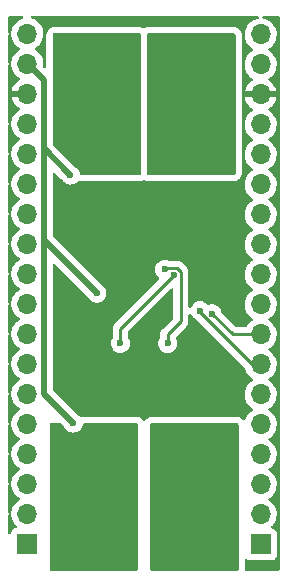
<source format=gbr>
%TF.GenerationSoftware,KiCad,Pcbnew,(6.0.6)*%
%TF.CreationDate,2022-06-28T18:53:51+02:00*%
%TF.ProjectId,thermocouples,74686572-6d6f-4636-9f75-706c65732e6b,rev?*%
%TF.SameCoordinates,Original*%
%TF.FileFunction,Copper,L2,Bot*%
%TF.FilePolarity,Positive*%
%FSLAX46Y46*%
G04 Gerber Fmt 4.6, Leading zero omitted, Abs format (unit mm)*
G04 Created by KiCad (PCBNEW (6.0.6)) date 2022-06-28 18:53:51*
%MOMM*%
%LPD*%
G01*
G04 APERTURE LIST*
%TA.AperFunction,ComponentPad*%
%ADD10R,2.600000X2.600000*%
%TD*%
%TA.AperFunction,ComponentPad*%
%ADD11C,2.600000*%
%TD*%
%TA.AperFunction,ComponentPad*%
%ADD12R,1.700000X1.700000*%
%TD*%
%TA.AperFunction,ComponentPad*%
%ADD13O,1.700000X1.700000*%
%TD*%
%TA.AperFunction,ViaPad*%
%ADD14C,0.600000*%
%TD*%
%TA.AperFunction,Conductor*%
%ADD15C,0.500000*%
%TD*%
%TA.AperFunction,Conductor*%
%ADD16C,0.250000*%
%TD*%
G04 APERTURE END LIST*
D10*
%TO.P,J4,1,Pin_1*%
%TO.N,/THERM1-*%
X104500000Y-84305000D03*
D11*
%TO.P,J4,2,Pin_2*%
%TO.N,/THERM1+*%
X109500000Y-84305000D03*
%TD*%
D12*
%TO.P,J2,1,Pin_1*%
%TO.N,/GPIO15*%
X116875000Y-87275000D03*
D13*
%TO.P,J2,2,Pin_2*%
%TO.N,/GPIO16*%
X116875000Y-84735000D03*
%TO.P,J2,3,Pin_3*%
%TO.N,/GPIO17*%
X116875000Y-82195000D03*
%TO.P,J2,4,Pin_4*%
%TO.N,/GPIO18*%
X116875000Y-79655000D03*
%TO.P,J2,5,Pin_5*%
%TO.N,/GPIO19*%
X116875000Y-77115000D03*
%TO.P,J2,6,Pin_6*%
%TO.N,/SPI0_MISO*%
X116875000Y-74575000D03*
%TO.P,J2,7,Pin_7*%
%TO.N,/SPI0_CSn*%
X116875000Y-72035000D03*
%TO.P,J2,8,Pin_8*%
%TO.N,/SPI0_SCK*%
X116875000Y-69495000D03*
%TO.P,J2,9,Pin_9*%
%TO.N,/SPI0_MOSI*%
X116875000Y-66955000D03*
%TO.P,J2,10,Pin_10*%
%TO.N,/GPIO24*%
X116875000Y-64415000D03*
%TO.P,J2,11,Pin_11*%
%TO.N,/GPIO25*%
X116875000Y-61875000D03*
%TO.P,J2,12,Pin_12*%
%TO.N,/ADC0*%
X116875000Y-59335000D03*
%TO.P,J2,13,Pin_13*%
%TO.N,/ADC1*%
X116875000Y-56795000D03*
%TO.P,J2,14,Pin_14*%
%TO.N,/ADC2*%
X116875000Y-54255000D03*
%TO.P,J2,15,Pin_15*%
%TO.N,/ADC3*%
X116875000Y-51715000D03*
%TO.P,J2,16,Pin_16*%
%TO.N,GND*%
X116875000Y-49175000D03*
%TO.P,J2,17,Pin_17*%
%TO.N,+3V3*%
X116875000Y-46635000D03*
%TO.P,J2,18,Pin_18*%
%TO.N,VBUS*%
X116875000Y-44095000D03*
%TD*%
D10*
%TO.P,J3,1,Pin_1*%
%TO.N,/THERM0-*%
X109500000Y-47695000D03*
D11*
%TO.P,J3,2,Pin_2*%
%TO.N,/THERM0+*%
X104500000Y-47695000D03*
%TD*%
D12*
%TO.P,J1,1,Pin_1*%
%TO.N,/GPIO14*%
X97115000Y-87225000D03*
D13*
%TO.P,J1,2,Pin_2*%
%TO.N,/GPIO13*%
X97115000Y-84685000D03*
%TO.P,J1,3,Pin_3*%
%TO.N,/GPIO12*%
X97115000Y-82145000D03*
%TO.P,J1,4,Pin_4*%
%TO.N,/GPIO11*%
X97115000Y-79605000D03*
%TO.P,J1,5,Pin_5*%
%TO.N,/GPIO10*%
X97115000Y-77065000D03*
%TO.P,J1,6,Pin_6*%
%TO.N,/GPIO9*%
X97115000Y-74525000D03*
%TO.P,J1,7,Pin_7*%
%TO.N,/GPIO8*%
X97115000Y-71985000D03*
%TO.P,J1,8,Pin_8*%
%TO.N,/GPIO7*%
X97115000Y-69445000D03*
%TO.P,J1,9,Pin_9*%
%TO.N,/GPIO6*%
X97115000Y-66905000D03*
%TO.P,J1,10,Pin_10*%
%TO.N,/GPIO5*%
X97115000Y-64365000D03*
%TO.P,J1,11,Pin_11*%
%TO.N,/GPIO4*%
X97115000Y-61825000D03*
%TO.P,J1,12,Pin_12*%
%TO.N,/GPIO3*%
X97115000Y-59285000D03*
%TO.P,J1,13,Pin_13*%
%TO.N,/GPIO2*%
X97115000Y-56745000D03*
%TO.P,J1,14,Pin_14*%
%TO.N,/GPIO1*%
X97115000Y-54205000D03*
%TO.P,J1,15,Pin_15*%
%TO.N,/GPIO0*%
X97115000Y-51665000D03*
%TO.P,J1,16,Pin_16*%
%TO.N,GND*%
X97115000Y-49125000D03*
%TO.P,J1,17,Pin_17*%
%TO.N,+3V3*%
X97115000Y-46585000D03*
%TO.P,J1,18,Pin_18*%
%TO.N,VBUS*%
X97115000Y-44045000D03*
%TD*%
D14*
%TO.N,GND*%
X111000000Y-60000000D03*
X115000000Y-58000000D03*
X103000000Y-75000000D03*
X113000000Y-75000000D03*
X101000000Y-69000000D03*
X113000000Y-60000000D03*
X111000000Y-75000000D03*
X115000000Y-73000000D03*
X103000000Y-73000000D03*
X115000000Y-64000000D03*
X103000000Y-60000000D03*
X115000000Y-75000000D03*
X107000000Y-73000000D03*
X103000000Y-69000000D03*
X103000000Y-58000000D03*
X107000000Y-60000000D03*
X115000000Y-60000000D03*
X103000000Y-64000000D03*
X111000000Y-64000000D03*
X113000000Y-58000000D03*
X101000000Y-58000000D03*
X111000000Y-66000000D03*
X107000000Y-58000000D03*
X101000000Y-75000000D03*
X115000000Y-66000000D03*
X111000000Y-58000000D03*
X113000000Y-66000000D03*
X101000000Y-60000000D03*
X113000000Y-64000000D03*
X113000000Y-73000000D03*
X107000000Y-75000000D03*
X111000000Y-73000000D03*
X101000000Y-73000000D03*
%TO.N,+3V3*%
X103000000Y-66000000D03*
X101000000Y-77000000D03*
X100750000Y-56000000D03*
%TO.N,/THERM0+*%
X101000000Y-47000000D03*
X101000000Y-45000000D03*
X103000000Y-45000000D03*
X103000000Y-53000000D03*
X101000000Y-49000000D03*
X105000000Y-51000000D03*
X101000000Y-53000000D03*
X105000000Y-45000000D03*
X105000000Y-53000000D03*
X101000000Y-51000000D03*
X103000000Y-51000000D03*
%TO.N,/THERM0-*%
X109000000Y-45000000D03*
X109000000Y-51000000D03*
X113000000Y-51000000D03*
X113000000Y-47000000D03*
X111000000Y-45000000D03*
X111000000Y-53000000D03*
X111000000Y-51000000D03*
X113000000Y-49000000D03*
X113000000Y-53000000D03*
X109000000Y-53000000D03*
X113000000Y-45000000D03*
%TO.N,/THERM1+*%
X109000000Y-79000000D03*
X113000000Y-83000000D03*
X113000000Y-79000000D03*
X109000000Y-87000000D03*
X111000000Y-79000000D03*
X113000000Y-85000000D03*
X111000000Y-81000000D03*
X113000000Y-81000000D03*
X113000000Y-87000000D03*
X111000000Y-87000000D03*
X109000000Y-81000000D03*
%TO.N,/THERM1-*%
X105000000Y-87000000D03*
X101000000Y-81000000D03*
X101000000Y-83000000D03*
X105000000Y-79000000D03*
X101000000Y-85000000D03*
X105000000Y-81000000D03*
X101000000Y-87000000D03*
X101000000Y-79000000D03*
X103000000Y-79000000D03*
X103000000Y-87000000D03*
X103000000Y-81000000D03*
%TO.N,Net-(C4-Pad2)*%
X108750000Y-64000000D03*
X109000000Y-70250000D03*
%TO.N,Net-(C5-Pad2)*%
X109500000Y-64500000D03*
X105000000Y-70250000D03*
%TO.N,/SPI0_CSn*%
X111750000Y-67500000D03*
%TO.N,/SPI0_SCK*%
X112750000Y-67750000D03*
%TD*%
D15*
%TO.N,+3V3*%
X98500000Y-74500000D02*
X101000000Y-77000000D01*
X98500000Y-61500000D02*
X103000000Y-66000000D01*
X98500000Y-53750000D02*
X100750000Y-56000000D01*
X98500000Y-61500000D02*
X98500000Y-74500000D01*
X98500000Y-47985000D02*
X98500000Y-53750000D01*
X98500000Y-53750000D02*
X98500000Y-61500000D01*
X97150000Y-46635000D02*
X98500000Y-47985000D01*
D16*
%TO.N,Net-(C4-Pad2)*%
X108750000Y-64000000D02*
X108874511Y-63875489D01*
X108874511Y-63875489D02*
X109758682Y-63875489D01*
X110124511Y-68375489D02*
X109000000Y-69500000D01*
X109758682Y-63875489D02*
X110124511Y-64241318D01*
X109000000Y-69500000D02*
X109000000Y-70250000D01*
X110124511Y-64241318D02*
X110124511Y-68375489D01*
%TO.N,Net-(C5-Pad2)*%
X105000000Y-69500000D02*
X105000000Y-70250000D01*
X109500000Y-64500000D02*
X105000000Y-69000000D01*
X105000000Y-69000000D02*
X105000000Y-69500000D01*
%TO.N,/SPI0_CSn*%
X116151807Y-72035000D02*
X116875000Y-72035000D01*
X111750000Y-67633193D02*
X116151807Y-72035000D01*
X111750000Y-67500000D02*
X111750000Y-67633193D01*
%TO.N,/SPI0_SCK*%
X112750000Y-67750000D02*
X114495000Y-69495000D01*
X114495000Y-69495000D02*
X116875000Y-69495000D01*
%TD*%
%TA.AperFunction,Conductor*%
%TO.N,/THERM1+*%
G36*
X114942121Y-77020002D02*
G01*
X114988614Y-77073658D01*
X115000000Y-77126000D01*
X115000000Y-89365500D01*
X114979998Y-89433621D01*
X114926342Y-89480114D01*
X114874000Y-89491500D01*
X107626000Y-89491500D01*
X107557879Y-89471498D01*
X107511386Y-89417842D01*
X107500000Y-89365500D01*
X107500000Y-77126000D01*
X107520002Y-77057879D01*
X107573658Y-77011386D01*
X107626000Y-77000000D01*
X114874000Y-77000000D01*
X114942121Y-77020002D01*
G37*
%TD.AperFunction*%
%TD*%
%TA.AperFunction,Conductor*%
%TO.N,/THERM1-*%
G36*
X99943250Y-77020002D02*
G01*
X99964224Y-77036905D01*
X100240992Y-77313673D01*
X100260595Y-77341771D01*
X100261418Y-77341273D01*
X100355380Y-77496424D01*
X100481382Y-77626902D01*
X100633159Y-77726222D01*
X100639763Y-77728678D01*
X100639765Y-77728679D01*
X100796558Y-77786990D01*
X100796560Y-77786990D01*
X100803168Y-77789448D01*
X100886995Y-77800633D01*
X100975980Y-77812507D01*
X100975984Y-77812507D01*
X100982961Y-77813438D01*
X100989972Y-77812800D01*
X100989976Y-77812800D01*
X101132459Y-77799832D01*
X101163600Y-77796998D01*
X101170302Y-77794820D01*
X101170304Y-77794820D01*
X101329409Y-77743124D01*
X101329412Y-77743123D01*
X101336108Y-77740947D01*
X101491912Y-77648069D01*
X101623266Y-77522982D01*
X101723643Y-77371902D01*
X101788055Y-77202338D01*
X101801248Y-77108464D01*
X101830536Y-77043790D01*
X101890140Y-77005217D01*
X101926022Y-77000000D01*
X106374000Y-77000000D01*
X106442121Y-77020002D01*
X106488614Y-77073658D01*
X106500000Y-77126000D01*
X106500000Y-89365500D01*
X106479998Y-89433621D01*
X106426342Y-89480114D01*
X106374000Y-89491500D01*
X99126000Y-89491500D01*
X99057879Y-89471498D01*
X99011386Y-89417842D01*
X99000000Y-89365500D01*
X99000000Y-77126000D01*
X99020002Y-77057879D01*
X99073658Y-77011386D01*
X99126000Y-77000000D01*
X99875129Y-77000000D01*
X99943250Y-77020002D01*
G37*
%TD.AperFunction*%
%TD*%
%TA.AperFunction,Conductor*%
%TO.N,/THERM0+*%
G36*
X106692121Y-44020002D02*
G01*
X106738614Y-44073658D01*
X106750000Y-44126000D01*
X106750000Y-55874000D01*
X106729998Y-55942121D01*
X106676342Y-55988614D01*
X106624000Y-56000000D01*
X101676273Y-56000000D01*
X101608152Y-55979998D01*
X101561659Y-55926342D01*
X101551058Y-55888045D01*
X101544182Y-55826744D01*
X101543397Y-55819745D01*
X101483745Y-55648448D01*
X101387626Y-55494624D01*
X101382664Y-55489627D01*
X101264778Y-55370915D01*
X101264774Y-55370912D01*
X101259815Y-55365918D01*
X101106666Y-55268727D01*
X101100026Y-55266363D01*
X101097532Y-55265146D01*
X101063675Y-55240994D01*
X99295405Y-53472724D01*
X99261379Y-53410412D01*
X99258500Y-53383629D01*
X99258500Y-48052069D01*
X99259933Y-48033118D01*
X99262099Y-48018883D01*
X99262099Y-48018881D01*
X99263199Y-48011651D01*
X99258915Y-47958982D01*
X99258500Y-47948767D01*
X99258500Y-47940707D01*
X99255211Y-47912493D01*
X99254778Y-47908118D01*
X99250415Y-47854480D01*
X99250000Y-47844265D01*
X99250000Y-44126000D01*
X99270002Y-44057879D01*
X99323658Y-44011386D01*
X99376000Y-44000000D01*
X106624000Y-44000000D01*
X106692121Y-44020002D01*
G37*
%TD.AperFunction*%
%TD*%
%TA.AperFunction,Conductor*%
%TO.N,/THERM0-*%
G36*
X114692121Y-44020002D02*
G01*
X114738614Y-44073658D01*
X114750000Y-44126000D01*
X114750000Y-55874000D01*
X114729998Y-55942121D01*
X114676342Y-55988614D01*
X114624000Y-56000000D01*
X107376000Y-56000000D01*
X107307879Y-55979998D01*
X107261386Y-55926342D01*
X107250000Y-55874000D01*
X107250000Y-44126000D01*
X107270002Y-44057879D01*
X107323658Y-44011386D01*
X107376000Y-44000000D01*
X114624000Y-44000000D01*
X114692121Y-44020002D01*
G37*
%TD.AperFunction*%
%TD*%
%TA.AperFunction,Conductor*%
%TO.N,GND*%
G36*
X116672883Y-42528502D02*
G01*
X116719376Y-42582158D01*
X116729480Y-42652432D01*
X116699986Y-42717012D01*
X116640260Y-42755396D01*
X116623821Y-42759050D01*
X116559091Y-42768955D01*
X116346756Y-42838357D01*
X116316443Y-42854137D01*
X116203753Y-42912800D01*
X116148607Y-42941507D01*
X116144474Y-42944610D01*
X116144471Y-42944612D01*
X116031580Y-43029373D01*
X115969965Y-43075635D01*
X115966393Y-43079373D01*
X115842082Y-43209457D01*
X115815629Y-43237138D01*
X115689743Y-43421680D01*
X115674003Y-43455590D01*
X115600104Y-43614792D01*
X115595688Y-43624305D01*
X115535989Y-43839570D01*
X115512251Y-44061695D01*
X115512548Y-44066848D01*
X115512548Y-44066851D01*
X115517826Y-44158390D01*
X115525110Y-44284715D01*
X115526247Y-44289761D01*
X115526248Y-44289767D01*
X115546119Y-44377939D01*
X115574222Y-44502639D01*
X115612461Y-44596811D01*
X115639752Y-44664020D01*
X115658266Y-44709616D01*
X115774987Y-44900088D01*
X115921250Y-45068938D01*
X116068610Y-45191279D01*
X116084507Y-45204476D01*
X116093126Y-45211632D01*
X116100423Y-45215896D01*
X116166445Y-45254476D01*
X116215169Y-45306114D01*
X116228240Y-45375897D01*
X116201509Y-45441669D01*
X116161055Y-45475027D01*
X116148607Y-45481507D01*
X116144474Y-45484610D01*
X116144471Y-45484612D01*
X116031580Y-45569373D01*
X115969965Y-45615635D01*
X115966393Y-45619373D01*
X115842082Y-45749457D01*
X115815629Y-45777138D01*
X115689743Y-45961680D01*
X115595688Y-46164305D01*
X115535989Y-46379570D01*
X115535440Y-46384707D01*
X115514787Y-46577965D01*
X115500939Y-46611458D01*
X115510396Y-46626174D01*
X115515291Y-46654419D01*
X115525110Y-46824715D01*
X115526247Y-46829761D01*
X115526248Y-46829767D01*
X115544950Y-46912750D01*
X115574222Y-47042639D01*
X115612461Y-47136811D01*
X115639752Y-47204020D01*
X115658266Y-47249616D01*
X115774987Y-47440088D01*
X115921250Y-47608938D01*
X116093126Y-47751632D01*
X116166955Y-47794774D01*
X116215679Y-47846412D01*
X116228750Y-47916195D01*
X116202019Y-47981967D01*
X116161562Y-48015327D01*
X116153457Y-48019546D01*
X116144738Y-48025036D01*
X115974433Y-48152905D01*
X115966726Y-48159748D01*
X115819590Y-48313717D01*
X115813104Y-48321727D01*
X115693098Y-48497649D01*
X115688000Y-48506623D01*
X115598338Y-48699783D01*
X115594775Y-48709470D01*
X115539389Y-48909183D01*
X115540912Y-48917607D01*
X115553292Y-48921000D01*
X118193344Y-48921000D01*
X118206875Y-48917027D01*
X118208180Y-48907947D01*
X118166214Y-48740875D01*
X118162894Y-48731124D01*
X118077972Y-48535814D01*
X118073105Y-48526739D01*
X117957426Y-48347926D01*
X117951136Y-48339757D01*
X117807806Y-48182240D01*
X117800273Y-48175215D01*
X117633139Y-48043222D01*
X117624556Y-48037520D01*
X117587602Y-48017120D01*
X117537631Y-47966687D01*
X117522859Y-47897245D01*
X117547975Y-47830839D01*
X117575327Y-47804232D01*
X117598797Y-47787491D01*
X117754860Y-47676173D01*
X117913096Y-47518489D01*
X117972594Y-47435689D01*
X118040435Y-47341277D01*
X118043453Y-47337077D01*
X118109214Y-47204020D01*
X118140136Y-47141453D01*
X118140137Y-47141451D01*
X118142430Y-47136811D01*
X118193310Y-46969347D01*
X118205865Y-46928023D01*
X118205865Y-46928021D01*
X118207370Y-46923069D01*
X118236529Y-46701590D01*
X118236611Y-46698240D01*
X118238074Y-46638365D01*
X118238074Y-46638361D01*
X118238156Y-46635000D01*
X118219852Y-46412361D01*
X118165431Y-46195702D01*
X118076354Y-45990840D01*
X117955014Y-45803277D01*
X117804670Y-45638051D01*
X117800619Y-45634852D01*
X117800615Y-45634848D01*
X117633414Y-45502800D01*
X117633410Y-45502798D01*
X117629359Y-45499598D01*
X117588053Y-45476796D01*
X117538084Y-45426364D01*
X117523312Y-45356921D01*
X117548428Y-45290516D01*
X117575780Y-45263909D01*
X117643092Y-45215896D01*
X117754860Y-45136173D01*
X117913096Y-44978489D01*
X117949025Y-44928489D01*
X118040435Y-44801277D01*
X118043453Y-44797077D01*
X118068165Y-44747077D01*
X118140136Y-44601453D01*
X118140137Y-44601451D01*
X118142430Y-44596811D01*
X118207370Y-44383069D01*
X118236529Y-44161590D01*
X118236611Y-44158240D01*
X118238074Y-44098365D01*
X118238074Y-44098361D01*
X118238156Y-44095000D01*
X118219852Y-43872361D01*
X118165431Y-43655702D01*
X118076354Y-43450840D01*
X117955014Y-43263277D01*
X117804670Y-43098051D01*
X117800619Y-43094852D01*
X117800615Y-43094848D01*
X117633414Y-42962800D01*
X117633410Y-42962798D01*
X117629359Y-42959598D01*
X117433789Y-42851638D01*
X117428920Y-42849914D01*
X117428916Y-42849912D01*
X117228087Y-42778795D01*
X117228083Y-42778794D01*
X117223212Y-42777069D01*
X117218119Y-42776162D01*
X117218116Y-42776161D01*
X117119230Y-42758547D01*
X117055672Y-42726909D01*
X117019309Y-42665932D01*
X117021686Y-42594975D01*
X117062047Y-42536567D01*
X117127579Y-42509252D01*
X117141326Y-42508500D01*
X118365500Y-42508500D01*
X118433621Y-42528502D01*
X118480114Y-42582158D01*
X118491500Y-42634500D01*
X118491500Y-89365500D01*
X118471498Y-89433621D01*
X118417842Y-89480114D01*
X118365500Y-89491500D01*
X115639500Y-89491500D01*
X115571379Y-89471498D01*
X115524886Y-89417842D01*
X115513500Y-89365500D01*
X115513500Y-88629053D01*
X115533502Y-88560932D01*
X115587158Y-88514439D01*
X115657432Y-88504335D01*
X115715065Y-88528227D01*
X115758704Y-88560932D01*
X115778295Y-88575615D01*
X115914684Y-88626745D01*
X115976866Y-88633500D01*
X117773134Y-88633500D01*
X117835316Y-88626745D01*
X117971705Y-88575615D01*
X118088261Y-88488261D01*
X118175615Y-88371705D01*
X118226745Y-88235316D01*
X118233500Y-88173134D01*
X118233500Y-86376866D01*
X118226745Y-86314684D01*
X118175615Y-86178295D01*
X118088261Y-86061739D01*
X117971705Y-85974385D01*
X117959132Y-85969672D01*
X117853203Y-85929960D01*
X117796439Y-85887318D01*
X117771739Y-85820756D01*
X117786947Y-85751408D01*
X117808493Y-85722727D01*
X117909435Y-85622137D01*
X117913096Y-85618489D01*
X117949025Y-85568489D01*
X118040435Y-85441277D01*
X118043453Y-85437077D01*
X118068165Y-85387077D01*
X118140136Y-85241453D01*
X118140137Y-85241451D01*
X118142430Y-85236811D01*
X118207370Y-85023069D01*
X118236529Y-84801590D01*
X118236611Y-84798240D01*
X118238074Y-84738365D01*
X118238074Y-84738361D01*
X118238156Y-84735000D01*
X118219852Y-84512361D01*
X118165431Y-84295702D01*
X118076354Y-84090840D01*
X117981300Y-83943909D01*
X117957822Y-83907617D01*
X117957820Y-83907614D01*
X117955014Y-83903277D01*
X117804670Y-83738051D01*
X117800619Y-83734852D01*
X117800615Y-83734848D01*
X117633414Y-83602800D01*
X117633410Y-83602798D01*
X117629359Y-83599598D01*
X117588053Y-83576796D01*
X117538084Y-83526364D01*
X117523312Y-83456921D01*
X117548428Y-83390516D01*
X117575780Y-83363909D01*
X117643092Y-83315896D01*
X117754860Y-83236173D01*
X117913096Y-83078489D01*
X117949025Y-83028489D01*
X118040435Y-82901277D01*
X118043453Y-82897077D01*
X118068165Y-82847077D01*
X118140136Y-82701453D01*
X118140137Y-82701451D01*
X118142430Y-82696811D01*
X118207370Y-82483069D01*
X118236529Y-82261590D01*
X118236611Y-82258240D01*
X118238074Y-82198365D01*
X118238074Y-82198361D01*
X118238156Y-82195000D01*
X118219852Y-81972361D01*
X118165431Y-81755702D01*
X118076354Y-81550840D01*
X117981300Y-81403909D01*
X117957822Y-81367617D01*
X117957820Y-81367614D01*
X117955014Y-81363277D01*
X117804670Y-81198051D01*
X117800619Y-81194852D01*
X117800615Y-81194848D01*
X117633414Y-81062800D01*
X117633410Y-81062798D01*
X117629359Y-81059598D01*
X117588053Y-81036796D01*
X117538084Y-80986364D01*
X117523312Y-80916921D01*
X117548428Y-80850516D01*
X117575780Y-80823909D01*
X117643092Y-80775896D01*
X117754860Y-80696173D01*
X117913096Y-80538489D01*
X117949025Y-80488489D01*
X118040435Y-80361277D01*
X118043453Y-80357077D01*
X118068165Y-80307077D01*
X118140136Y-80161453D01*
X118140137Y-80161451D01*
X118142430Y-80156811D01*
X118207370Y-79943069D01*
X118236529Y-79721590D01*
X118236611Y-79718240D01*
X118238074Y-79658365D01*
X118238074Y-79658361D01*
X118238156Y-79655000D01*
X118219852Y-79432361D01*
X118165431Y-79215702D01*
X118076354Y-79010840D01*
X117981300Y-78863909D01*
X117957822Y-78827617D01*
X117957820Y-78827614D01*
X117955014Y-78823277D01*
X117804670Y-78658051D01*
X117800619Y-78654852D01*
X117800615Y-78654848D01*
X117633414Y-78522800D01*
X117633410Y-78522798D01*
X117629359Y-78519598D01*
X117588053Y-78496796D01*
X117538084Y-78446364D01*
X117523312Y-78376921D01*
X117548428Y-78310516D01*
X117575780Y-78283909D01*
X117643092Y-78235896D01*
X117754860Y-78156173D01*
X117913096Y-77998489D01*
X117949025Y-77948489D01*
X118040435Y-77821277D01*
X118043453Y-77817077D01*
X118068165Y-77767077D01*
X118140136Y-77621453D01*
X118140137Y-77621451D01*
X118142430Y-77616811D01*
X118207370Y-77403069D01*
X118236529Y-77181590D01*
X118236611Y-77178240D01*
X118238074Y-77118365D01*
X118238074Y-77118361D01*
X118238156Y-77115000D01*
X118219852Y-76892361D01*
X118165431Y-76675702D01*
X118076354Y-76470840D01*
X118006035Y-76362143D01*
X117957822Y-76287617D01*
X117957820Y-76287614D01*
X117955014Y-76283277D01*
X117804670Y-76118051D01*
X117800619Y-76114852D01*
X117800615Y-76114848D01*
X117633414Y-75982800D01*
X117633410Y-75982798D01*
X117629359Y-75979598D01*
X117588053Y-75956796D01*
X117538084Y-75906364D01*
X117523312Y-75836921D01*
X117548428Y-75770516D01*
X117575780Y-75743909D01*
X117643092Y-75695896D01*
X117754860Y-75616173D01*
X117913096Y-75458489D01*
X117948226Y-75409601D01*
X118040435Y-75281277D01*
X118043453Y-75277077D01*
X118109214Y-75144020D01*
X118140136Y-75081453D01*
X118140137Y-75081451D01*
X118142430Y-75076811D01*
X118207370Y-74863069D01*
X118236529Y-74641590D01*
X118236611Y-74638240D01*
X118238074Y-74578365D01*
X118238074Y-74578361D01*
X118238156Y-74575000D01*
X118219852Y-74352361D01*
X118165431Y-74135702D01*
X118076354Y-73930840D01*
X117955014Y-73743277D01*
X117804670Y-73578051D01*
X117800619Y-73574852D01*
X117800615Y-73574848D01*
X117633414Y-73442800D01*
X117633410Y-73442798D01*
X117629359Y-73439598D01*
X117588053Y-73416796D01*
X117538084Y-73366364D01*
X117523312Y-73296921D01*
X117548428Y-73230516D01*
X117575780Y-73203909D01*
X117619603Y-73172650D01*
X117754860Y-73076173D01*
X117913096Y-72918489D01*
X117972594Y-72835689D01*
X118040435Y-72741277D01*
X118043453Y-72737077D01*
X118109214Y-72604020D01*
X118140136Y-72541453D01*
X118140137Y-72541451D01*
X118142430Y-72536811D01*
X118207370Y-72323069D01*
X118236529Y-72101590D01*
X118236611Y-72098240D01*
X118238074Y-72038365D01*
X118238074Y-72038361D01*
X118238156Y-72035000D01*
X118219852Y-71812361D01*
X118165431Y-71595702D01*
X118076354Y-71390840D01*
X117955014Y-71203277D01*
X117804670Y-71038051D01*
X117800619Y-71034852D01*
X117800615Y-71034848D01*
X117633414Y-70902800D01*
X117633410Y-70902798D01*
X117629359Y-70899598D01*
X117588053Y-70876796D01*
X117538084Y-70826364D01*
X117523312Y-70756921D01*
X117548428Y-70690516D01*
X117575780Y-70663909D01*
X117643908Y-70615314D01*
X117754860Y-70536173D01*
X117913096Y-70378489D01*
X117989101Y-70272717D01*
X118040435Y-70201277D01*
X118043453Y-70197077D01*
X118047611Y-70188665D01*
X118140136Y-70001453D01*
X118140137Y-70001451D01*
X118142430Y-69996811D01*
X118207370Y-69783069D01*
X118236529Y-69561590D01*
X118236611Y-69558240D01*
X118238074Y-69498365D01*
X118238074Y-69498361D01*
X118238156Y-69495000D01*
X118219852Y-69272361D01*
X118165431Y-69055702D01*
X118076354Y-68850840D01*
X118020783Y-68764940D01*
X117957822Y-68667617D01*
X117957820Y-68667614D01*
X117955014Y-68663277D01*
X117804670Y-68498051D01*
X117800619Y-68494852D01*
X117800615Y-68494848D01*
X117633414Y-68362800D01*
X117633410Y-68362798D01*
X117629359Y-68359598D01*
X117588053Y-68336796D01*
X117538084Y-68286364D01*
X117523312Y-68216921D01*
X117548428Y-68150516D01*
X117575780Y-68123909D01*
X117619603Y-68092650D01*
X117754860Y-67996173D01*
X117913096Y-67838489D01*
X117972594Y-67755689D01*
X118040435Y-67661277D01*
X118043453Y-67657077D01*
X118109214Y-67524020D01*
X118140136Y-67461453D01*
X118140137Y-67461451D01*
X118142430Y-67456811D01*
X118207370Y-67243069D01*
X118236529Y-67021590D01*
X118236719Y-67013818D01*
X118238074Y-66958365D01*
X118238074Y-66958361D01*
X118238156Y-66955000D01*
X118219852Y-66732361D01*
X118165431Y-66515702D01*
X118076354Y-66310840D01*
X118006161Y-66202338D01*
X117957822Y-66127617D01*
X117957820Y-66127614D01*
X117955014Y-66123277D01*
X117804670Y-65958051D01*
X117800619Y-65954852D01*
X117800615Y-65954848D01*
X117633414Y-65822800D01*
X117633410Y-65822798D01*
X117629359Y-65819598D01*
X117588053Y-65796796D01*
X117538084Y-65746364D01*
X117523312Y-65676921D01*
X117548428Y-65610516D01*
X117575780Y-65583909D01*
X117619603Y-65552650D01*
X117754860Y-65456173D01*
X117913096Y-65298489D01*
X117972594Y-65215689D01*
X118040435Y-65121277D01*
X118043453Y-65117077D01*
X118109214Y-64984020D01*
X118140136Y-64921453D01*
X118140137Y-64921451D01*
X118142430Y-64916811D01*
X118207370Y-64703069D01*
X118236529Y-64481590D01*
X118236611Y-64478240D01*
X118238074Y-64418365D01*
X118238074Y-64418361D01*
X118238156Y-64415000D01*
X118219852Y-64192361D01*
X118165431Y-63975702D01*
X118076354Y-63770840D01*
X118022375Y-63687401D01*
X117957822Y-63587617D01*
X117957820Y-63587614D01*
X117955014Y-63583277D01*
X117804670Y-63418051D01*
X117800619Y-63414852D01*
X117800615Y-63414848D01*
X117633414Y-63282800D01*
X117633410Y-63282798D01*
X117629359Y-63279598D01*
X117588053Y-63256796D01*
X117538084Y-63206364D01*
X117523312Y-63136921D01*
X117548428Y-63070516D01*
X117575780Y-63043909D01*
X117619603Y-63012650D01*
X117754860Y-62916173D01*
X117913096Y-62758489D01*
X117972594Y-62675689D01*
X118040435Y-62581277D01*
X118043453Y-62577077D01*
X118109214Y-62444020D01*
X118140136Y-62381453D01*
X118140137Y-62381451D01*
X118142430Y-62376811D01*
X118207370Y-62163069D01*
X118236529Y-61941590D01*
X118236611Y-61938240D01*
X118238074Y-61878365D01*
X118238074Y-61878361D01*
X118238156Y-61875000D01*
X118219852Y-61652361D01*
X118165431Y-61435702D01*
X118076354Y-61230840D01*
X117955014Y-61043277D01*
X117804670Y-60878051D01*
X117800619Y-60874852D01*
X117800615Y-60874848D01*
X117633414Y-60742800D01*
X117633410Y-60742798D01*
X117629359Y-60739598D01*
X117588053Y-60716796D01*
X117538084Y-60666364D01*
X117523312Y-60596921D01*
X117548428Y-60530516D01*
X117575780Y-60503909D01*
X117619603Y-60472650D01*
X117754860Y-60376173D01*
X117913096Y-60218489D01*
X117972594Y-60135689D01*
X118040435Y-60041277D01*
X118043453Y-60037077D01*
X118109214Y-59904020D01*
X118140136Y-59841453D01*
X118140137Y-59841451D01*
X118142430Y-59836811D01*
X118207370Y-59623069D01*
X118236529Y-59401590D01*
X118236611Y-59398240D01*
X118238074Y-59338365D01*
X118238074Y-59338361D01*
X118238156Y-59335000D01*
X118219852Y-59112361D01*
X118165431Y-58895702D01*
X118076354Y-58690840D01*
X117955014Y-58503277D01*
X117804670Y-58338051D01*
X117800619Y-58334852D01*
X117800615Y-58334848D01*
X117633414Y-58202800D01*
X117633410Y-58202798D01*
X117629359Y-58199598D01*
X117588053Y-58176796D01*
X117538084Y-58126364D01*
X117523312Y-58056921D01*
X117548428Y-57990516D01*
X117575780Y-57963909D01*
X117619603Y-57932650D01*
X117754860Y-57836173D01*
X117913096Y-57678489D01*
X117972594Y-57595689D01*
X118040435Y-57501277D01*
X118043453Y-57497077D01*
X118109214Y-57364020D01*
X118140136Y-57301453D01*
X118140137Y-57301451D01*
X118142430Y-57296811D01*
X118207370Y-57083069D01*
X118236529Y-56861590D01*
X118236611Y-56858240D01*
X118238074Y-56798365D01*
X118238074Y-56798361D01*
X118238156Y-56795000D01*
X118219852Y-56572361D01*
X118165431Y-56355702D01*
X118076354Y-56150840D01*
X118022375Y-56067401D01*
X117957822Y-55967617D01*
X117957820Y-55967614D01*
X117955014Y-55963277D01*
X117804670Y-55798051D01*
X117800619Y-55794852D01*
X117800615Y-55794848D01*
X117633414Y-55662800D01*
X117633410Y-55662798D01*
X117629359Y-55659598D01*
X117588053Y-55636796D01*
X117538084Y-55586364D01*
X117523312Y-55516921D01*
X117548428Y-55450516D01*
X117575780Y-55423909D01*
X117619603Y-55392650D01*
X117754860Y-55296173D01*
X117913096Y-55138489D01*
X117972594Y-55055689D01*
X118040435Y-54961277D01*
X118043453Y-54957077D01*
X118109214Y-54824020D01*
X118140136Y-54761453D01*
X118140137Y-54761451D01*
X118142430Y-54756811D01*
X118207370Y-54543069D01*
X118236529Y-54321590D01*
X118236611Y-54318240D01*
X118238074Y-54258365D01*
X118238074Y-54258361D01*
X118238156Y-54255000D01*
X118219852Y-54032361D01*
X118165431Y-53815702D01*
X118076354Y-53610840D01*
X117955014Y-53423277D01*
X117804670Y-53258051D01*
X117800619Y-53254852D01*
X117800615Y-53254848D01*
X117633414Y-53122800D01*
X117633410Y-53122798D01*
X117629359Y-53119598D01*
X117588053Y-53096796D01*
X117538084Y-53046364D01*
X117523312Y-52976921D01*
X117548428Y-52910516D01*
X117575780Y-52883909D01*
X117619603Y-52852650D01*
X117754860Y-52756173D01*
X117913096Y-52598489D01*
X117972594Y-52515689D01*
X118040435Y-52421277D01*
X118043453Y-52417077D01*
X118109214Y-52284020D01*
X118140136Y-52221453D01*
X118140137Y-52221451D01*
X118142430Y-52216811D01*
X118207370Y-52003069D01*
X118236529Y-51781590D01*
X118236611Y-51778240D01*
X118238074Y-51718365D01*
X118238074Y-51718361D01*
X118238156Y-51715000D01*
X118219852Y-51492361D01*
X118165431Y-51275702D01*
X118076354Y-51070840D01*
X117955014Y-50883277D01*
X117804670Y-50718051D01*
X117800619Y-50714852D01*
X117800615Y-50714848D01*
X117633414Y-50582800D01*
X117633410Y-50582798D01*
X117629359Y-50579598D01*
X117587569Y-50556529D01*
X117537598Y-50506097D01*
X117522826Y-50436654D01*
X117547942Y-50370248D01*
X117575294Y-50343641D01*
X117750328Y-50218792D01*
X117758200Y-50212139D01*
X117909052Y-50061812D01*
X117915730Y-50053965D01*
X118040003Y-49881020D01*
X118045313Y-49872183D01*
X118139670Y-49681267D01*
X118143469Y-49671672D01*
X118205377Y-49467910D01*
X118207555Y-49457837D01*
X118208986Y-49446962D01*
X118206775Y-49432778D01*
X118193617Y-49429000D01*
X115558225Y-49429000D01*
X115544694Y-49432973D01*
X115543257Y-49442966D01*
X115573565Y-49577446D01*
X115576645Y-49587275D01*
X115656770Y-49784603D01*
X115661413Y-49793794D01*
X115772694Y-49975388D01*
X115778777Y-49983699D01*
X115918213Y-50144667D01*
X115925580Y-50151883D01*
X116089434Y-50287916D01*
X116097881Y-50293831D01*
X116166969Y-50334203D01*
X116215693Y-50385842D01*
X116228764Y-50455625D01*
X116202033Y-50521396D01*
X116161584Y-50554752D01*
X116148607Y-50561507D01*
X116144474Y-50564610D01*
X116144471Y-50564612D01*
X116031580Y-50649373D01*
X115969965Y-50695635D01*
X115815629Y-50857138D01*
X115689743Y-51041680D01*
X115595688Y-51244305D01*
X115535989Y-51459570D01*
X115535440Y-51464707D01*
X115514787Y-51657965D01*
X115500939Y-51691458D01*
X115510396Y-51706174D01*
X115515291Y-51734419D01*
X115525110Y-51904715D01*
X115526247Y-51909761D01*
X115526248Y-51909767D01*
X115546119Y-51997939D01*
X115574222Y-52122639D01*
X115612461Y-52216811D01*
X115639752Y-52284020D01*
X115658266Y-52329616D01*
X115774987Y-52520088D01*
X115921250Y-52688938D01*
X116068610Y-52811279D01*
X116084507Y-52824476D01*
X116093126Y-52831632D01*
X116160361Y-52870921D01*
X116166445Y-52874476D01*
X116215169Y-52926114D01*
X116228240Y-52995897D01*
X116201509Y-53061669D01*
X116161055Y-53095027D01*
X116148607Y-53101507D01*
X116144474Y-53104610D01*
X116144471Y-53104612D01*
X116031580Y-53189373D01*
X115969965Y-53235635D01*
X115815629Y-53397138D01*
X115689743Y-53581680D01*
X115595688Y-53784305D01*
X115535989Y-53999570D01*
X115535440Y-54004707D01*
X115514787Y-54197965D01*
X115500939Y-54231458D01*
X115510396Y-54246174D01*
X115515291Y-54274419D01*
X115525110Y-54444715D01*
X115526247Y-54449761D01*
X115526248Y-54449767D01*
X115546119Y-54537939D01*
X115574222Y-54662639D01*
X115612461Y-54756811D01*
X115639752Y-54824020D01*
X115658266Y-54869616D01*
X115774987Y-55060088D01*
X115921250Y-55228938D01*
X116068610Y-55351279D01*
X116084507Y-55364476D01*
X116093126Y-55371632D01*
X116160361Y-55410921D01*
X116166445Y-55414476D01*
X116215169Y-55466114D01*
X116228240Y-55535897D01*
X116201509Y-55601669D01*
X116161055Y-55635027D01*
X116148607Y-55641507D01*
X116144474Y-55644610D01*
X116144471Y-55644612D01*
X115974100Y-55772530D01*
X115969965Y-55775635D01*
X115815629Y-55937138D01*
X115689743Y-56121680D01*
X115595688Y-56324305D01*
X115535989Y-56539570D01*
X115512251Y-56761695D01*
X115512548Y-56766848D01*
X115512548Y-56766851D01*
X115517826Y-56858390D01*
X115525110Y-56984715D01*
X115526247Y-56989761D01*
X115526248Y-56989767D01*
X115546119Y-57077939D01*
X115574222Y-57202639D01*
X115612461Y-57296811D01*
X115639752Y-57364020D01*
X115658266Y-57409616D01*
X115774987Y-57600088D01*
X115921250Y-57768938D01*
X116068610Y-57891279D01*
X116084507Y-57904476D01*
X116093126Y-57911632D01*
X116160361Y-57950921D01*
X116166445Y-57954476D01*
X116215169Y-58006114D01*
X116228240Y-58075897D01*
X116201509Y-58141669D01*
X116161055Y-58175027D01*
X116148607Y-58181507D01*
X116144474Y-58184610D01*
X116144471Y-58184612D01*
X116031580Y-58269373D01*
X115969965Y-58315635D01*
X115815629Y-58477138D01*
X115689743Y-58661680D01*
X115595688Y-58864305D01*
X115535989Y-59079570D01*
X115512251Y-59301695D01*
X115512548Y-59306848D01*
X115512548Y-59306851D01*
X115517826Y-59398390D01*
X115525110Y-59524715D01*
X115526247Y-59529761D01*
X115526248Y-59529767D01*
X115546119Y-59617939D01*
X115574222Y-59742639D01*
X115612461Y-59836811D01*
X115639752Y-59904020D01*
X115658266Y-59949616D01*
X115774987Y-60140088D01*
X115921250Y-60308938D01*
X116068610Y-60431279D01*
X116084507Y-60444476D01*
X116093126Y-60451632D01*
X116160361Y-60490921D01*
X116166445Y-60494476D01*
X116215169Y-60546114D01*
X116228240Y-60615897D01*
X116201509Y-60681669D01*
X116161055Y-60715027D01*
X116148607Y-60721507D01*
X116144474Y-60724610D01*
X116144471Y-60724612D01*
X116031580Y-60809373D01*
X115969965Y-60855635D01*
X115815629Y-61017138D01*
X115689743Y-61201680D01*
X115595688Y-61404305D01*
X115535989Y-61619570D01*
X115512251Y-61841695D01*
X115512548Y-61846848D01*
X115512548Y-61846851D01*
X115517826Y-61938390D01*
X115525110Y-62064715D01*
X115526247Y-62069761D01*
X115526248Y-62069767D01*
X115546119Y-62157939D01*
X115574222Y-62282639D01*
X115612461Y-62376811D01*
X115639752Y-62444020D01*
X115658266Y-62489616D01*
X115774987Y-62680088D01*
X115921250Y-62848938D01*
X116068610Y-62971279D01*
X116084507Y-62984476D01*
X116093126Y-62991632D01*
X116160361Y-63030921D01*
X116166445Y-63034476D01*
X116215169Y-63086114D01*
X116228240Y-63155897D01*
X116201509Y-63221669D01*
X116161055Y-63255027D01*
X116148607Y-63261507D01*
X116144474Y-63264610D01*
X116144471Y-63264612D01*
X115974100Y-63392530D01*
X115969965Y-63395635D01*
X115951605Y-63414848D01*
X115850396Y-63520757D01*
X115815629Y-63557138D01*
X115689743Y-63741680D01*
X115595688Y-63944305D01*
X115535989Y-64159570D01*
X115512251Y-64381695D01*
X115512548Y-64386848D01*
X115512548Y-64386851D01*
X115517826Y-64478390D01*
X115525110Y-64604715D01*
X115526247Y-64609761D01*
X115526248Y-64609767D01*
X115545068Y-64693274D01*
X115574222Y-64822639D01*
X115612461Y-64916811D01*
X115639752Y-64984020D01*
X115658266Y-65029616D01*
X115774987Y-65220088D01*
X115921250Y-65388938D01*
X116042531Y-65489627D01*
X116084507Y-65524476D01*
X116093126Y-65531632D01*
X116160361Y-65570921D01*
X116166445Y-65574476D01*
X116215169Y-65626114D01*
X116228240Y-65695897D01*
X116201509Y-65761669D01*
X116161055Y-65795027D01*
X116148607Y-65801507D01*
X116144474Y-65804610D01*
X116144471Y-65804612D01*
X116031580Y-65889373D01*
X115969965Y-65935635D01*
X115815629Y-66097138D01*
X115812715Y-66101410D01*
X115812714Y-66101411D01*
X115727556Y-66226249D01*
X115689743Y-66281680D01*
X115595688Y-66484305D01*
X115535989Y-66699570D01*
X115512251Y-66921695D01*
X115512548Y-66926848D01*
X115512548Y-66926851D01*
X115518202Y-67024908D01*
X115525110Y-67144715D01*
X115526247Y-67149761D01*
X115526248Y-67149767D01*
X115546119Y-67237939D01*
X115574222Y-67362639D01*
X115612461Y-67456811D01*
X115639752Y-67524020D01*
X115658266Y-67569616D01*
X115774987Y-67760088D01*
X115921250Y-67928938D01*
X116068610Y-68051279D01*
X116084507Y-68064476D01*
X116093126Y-68071632D01*
X116160361Y-68110921D01*
X116166445Y-68114476D01*
X116215169Y-68166114D01*
X116228240Y-68235897D01*
X116201509Y-68301669D01*
X116161055Y-68335027D01*
X116148607Y-68341507D01*
X116144474Y-68344610D01*
X116144471Y-68344612D01*
X115974100Y-68472530D01*
X115969965Y-68475635D01*
X115815629Y-68637138D01*
X115812715Y-68641410D01*
X115812714Y-68641411D01*
X115700095Y-68806504D01*
X115645184Y-68851507D01*
X115596007Y-68861500D01*
X114809594Y-68861500D01*
X114741473Y-68841498D01*
X114720499Y-68824595D01*
X114160000Y-68264096D01*
X113584420Y-67688515D01*
X113550395Y-67626205D01*
X113548301Y-67613466D01*
X113544182Y-67576746D01*
X113543397Y-67569745D01*
X113483745Y-67398448D01*
X113387626Y-67244624D01*
X113382664Y-67239627D01*
X113264778Y-67120915D01*
X113264774Y-67120912D01*
X113259815Y-67115918D01*
X113226405Y-67094715D01*
X113200538Y-67078300D01*
X113106666Y-67018727D01*
X113038977Y-66994624D01*
X112942425Y-66960243D01*
X112942420Y-66960242D01*
X112935790Y-66957881D01*
X112928802Y-66957048D01*
X112928799Y-66957047D01*
X112805698Y-66942368D01*
X112755680Y-66936404D01*
X112748677Y-66937140D01*
X112748676Y-66937140D01*
X112582288Y-66954628D01*
X112582286Y-66954629D01*
X112575288Y-66955364D01*
X112480433Y-66987655D01*
X112409502Y-66990673D01*
X112350424Y-66957162D01*
X112259815Y-66865918D01*
X112248697Y-66858862D01*
X112172080Y-66810240D01*
X112106666Y-66768727D01*
X112077463Y-66758328D01*
X111942425Y-66710243D01*
X111942420Y-66710242D01*
X111935790Y-66707881D01*
X111928802Y-66707048D01*
X111928799Y-66707047D01*
X111805698Y-66692368D01*
X111755680Y-66686404D01*
X111748677Y-66687140D01*
X111748676Y-66687140D01*
X111582288Y-66704628D01*
X111582286Y-66704629D01*
X111575288Y-66705364D01*
X111403579Y-66763818D01*
X111397575Y-66767512D01*
X111255095Y-66855166D01*
X111255092Y-66855168D01*
X111249088Y-66858862D01*
X111244053Y-66863793D01*
X111244050Y-66863795D01*
X111147973Y-66957881D01*
X111119493Y-66985771D01*
X111021235Y-67138238D01*
X111018826Y-67144858D01*
X111018824Y-67144861D01*
X111002412Y-67189953D01*
X110960317Y-67247124D01*
X110893996Y-67272462D01*
X110824504Y-67257921D01*
X110773906Y-67208118D01*
X110758011Y-67146858D01*
X110758011Y-64320081D01*
X110758538Y-64308897D01*
X110760212Y-64301409D01*
X110758073Y-64233350D01*
X110758011Y-64229393D01*
X110758011Y-64201462D01*
X110757505Y-64197456D01*
X110756572Y-64185610D01*
X110755433Y-64149355D01*
X110755184Y-64141428D01*
X110749533Y-64121976D01*
X110745525Y-64102624D01*
X110743978Y-64090381D01*
X110742985Y-64082521D01*
X110740067Y-64075150D01*
X110726711Y-64041415D01*
X110722866Y-64030188D01*
X110712832Y-63995653D01*
X110710529Y-63987725D01*
X110706495Y-63980903D01*
X110706492Y-63980897D01*
X110700217Y-63970286D01*
X110691521Y-63952536D01*
X110686983Y-63941074D01*
X110686980Y-63941069D01*
X110684063Y-63933701D01*
X110671412Y-63916288D01*
X110658084Y-63897943D01*
X110651568Y-63888025D01*
X110633086Y-63856775D01*
X110629053Y-63849955D01*
X110614729Y-63835631D01*
X110601887Y-63820596D01*
X110598312Y-63815675D01*
X110589983Y-63804211D01*
X110555917Y-63776029D01*
X110547138Y-63768040D01*
X110262334Y-63483236D01*
X110254794Y-63474950D01*
X110250682Y-63468471D01*
X110201030Y-63421845D01*
X110198189Y-63419091D01*
X110178452Y-63399354D01*
X110175255Y-63396874D01*
X110166233Y-63389169D01*
X110139782Y-63364330D01*
X110134003Y-63358903D01*
X110127057Y-63355084D01*
X110127054Y-63355082D01*
X110116248Y-63349141D01*
X110099729Y-63338290D01*
X110099265Y-63337930D01*
X110083723Y-63325875D01*
X110076454Y-63322730D01*
X110076450Y-63322727D01*
X110043145Y-63308315D01*
X110032495Y-63303098D01*
X109993742Y-63281794D01*
X109985190Y-63279598D01*
X109979336Y-63278095D01*
X109974119Y-63276756D01*
X109955416Y-63270352D01*
X109944102Y-63265456D01*
X109944101Y-63265456D01*
X109936827Y-63262308D01*
X109929004Y-63261069D01*
X109928994Y-63261066D01*
X109893158Y-63255390D01*
X109881538Y-63252984D01*
X109846393Y-63243961D01*
X109846392Y-63243961D01*
X109838712Y-63241989D01*
X109818458Y-63241989D01*
X109798747Y-63240438D01*
X109786568Y-63238509D01*
X109778739Y-63237269D01*
X109770847Y-63238015D01*
X109734721Y-63241430D01*
X109722863Y-63241989D01*
X109053340Y-63241989D01*
X109011073Y-63234688D01*
X108942425Y-63210243D01*
X108942420Y-63210242D01*
X108935790Y-63207881D01*
X108928802Y-63207048D01*
X108928799Y-63207047D01*
X108805698Y-63192368D01*
X108755680Y-63186404D01*
X108748677Y-63187140D01*
X108748676Y-63187140D01*
X108582288Y-63204628D01*
X108582286Y-63204629D01*
X108575288Y-63205364D01*
X108403579Y-63263818D01*
X108368157Y-63285610D01*
X108255095Y-63355166D01*
X108255092Y-63355168D01*
X108249088Y-63358862D01*
X108244053Y-63363793D01*
X108244050Y-63363795D01*
X108191917Y-63414848D01*
X108119493Y-63485771D01*
X108021235Y-63638238D01*
X108018826Y-63644858D01*
X108018824Y-63644861D01*
X107961606Y-63802066D01*
X107959197Y-63808685D01*
X107936463Y-63988640D01*
X107954163Y-64169160D01*
X108011418Y-64341273D01*
X108015065Y-64347295D01*
X108015066Y-64347297D01*
X108098406Y-64484908D01*
X108105380Y-64496424D01*
X108231382Y-64626902D01*
X108250232Y-64639237D01*
X108296279Y-64693274D01*
X108305802Y-64763629D01*
X108275777Y-64827964D01*
X108270332Y-64833763D01*
X104607747Y-68496348D01*
X104599461Y-68503888D01*
X104592982Y-68508000D01*
X104587557Y-68513777D01*
X104546357Y-68557651D01*
X104543602Y-68560493D01*
X104523865Y-68580230D01*
X104521385Y-68583427D01*
X104513682Y-68592447D01*
X104483414Y-68624679D01*
X104479595Y-68631625D01*
X104479593Y-68631628D01*
X104473652Y-68642434D01*
X104462801Y-68658953D01*
X104450386Y-68674959D01*
X104447241Y-68682228D01*
X104447238Y-68682232D01*
X104432826Y-68715537D01*
X104427609Y-68726187D01*
X104406305Y-68764940D01*
X104404334Y-68772615D01*
X104404334Y-68772616D01*
X104401267Y-68784562D01*
X104394863Y-68803266D01*
X104386819Y-68821855D01*
X104385580Y-68829678D01*
X104385577Y-68829688D01*
X104379901Y-68865524D01*
X104377495Y-68877144D01*
X104366500Y-68919970D01*
X104366500Y-68940224D01*
X104364949Y-68959934D01*
X104361780Y-68979943D01*
X104362526Y-68987835D01*
X104365941Y-69023961D01*
X104366500Y-69035819D01*
X104366500Y-69703331D01*
X104346411Y-69771586D01*
X104275054Y-69882310D01*
X104275050Y-69882319D01*
X104271235Y-69888238D01*
X104268826Y-69894858D01*
X104268825Y-69894859D01*
X104231717Y-69996811D01*
X104209197Y-70058685D01*
X104186463Y-70238640D01*
X104204163Y-70419160D01*
X104261418Y-70591273D01*
X104265065Y-70597295D01*
X104265066Y-70597297D01*
X104342949Y-70725897D01*
X104355380Y-70746424D01*
X104360269Y-70751487D01*
X104360270Y-70751488D01*
X104386854Y-70779016D01*
X104481382Y-70876902D01*
X104536983Y-70913286D01*
X104622693Y-70969373D01*
X104633159Y-70976222D01*
X104639763Y-70978678D01*
X104639765Y-70978679D01*
X104796558Y-71036990D01*
X104796560Y-71036990D01*
X104803168Y-71039448D01*
X104886995Y-71050633D01*
X104975980Y-71062507D01*
X104975984Y-71062507D01*
X104982961Y-71063438D01*
X104989972Y-71062800D01*
X104989976Y-71062800D01*
X105132459Y-71049832D01*
X105163600Y-71046998D01*
X105170302Y-71044820D01*
X105170304Y-71044820D01*
X105329409Y-70993124D01*
X105329412Y-70993123D01*
X105336108Y-70990947D01*
X105446817Y-70924951D01*
X105485860Y-70901677D01*
X105485862Y-70901676D01*
X105491912Y-70898069D01*
X105623266Y-70772982D01*
X105723643Y-70621902D01*
X105781749Y-70468938D01*
X105785555Y-70458920D01*
X105785556Y-70458918D01*
X105788055Y-70452338D01*
X105789035Y-70445366D01*
X105812748Y-70276639D01*
X105812748Y-70276636D01*
X105813299Y-70272717D01*
X105813452Y-70261738D01*
X105813561Y-70253962D01*
X105813561Y-70253957D01*
X105813616Y-70250000D01*
X105793397Y-70069745D01*
X105789870Y-70059616D01*
X105736064Y-69905106D01*
X105736062Y-69905103D01*
X105733745Y-69898448D01*
X105705121Y-69852639D01*
X105652646Y-69768661D01*
X105633500Y-69701892D01*
X105633500Y-69314594D01*
X105653502Y-69246473D01*
X105670405Y-69225499D01*
X109275916Y-65619989D01*
X109338228Y-65585963D01*
X109409044Y-65591028D01*
X109465879Y-65633575D01*
X109490690Y-65700095D01*
X109491011Y-65709084D01*
X109491011Y-68060894D01*
X109471009Y-68129015D01*
X109454106Y-68149990D01*
X109026669Y-68577426D01*
X108607742Y-68996353D01*
X108599463Y-69003887D01*
X108592982Y-69008000D01*
X108552646Y-69050954D01*
X108546357Y-69057651D01*
X108543602Y-69060493D01*
X108523865Y-69080230D01*
X108521385Y-69083427D01*
X108513682Y-69092447D01*
X108483414Y-69124679D01*
X108479595Y-69131625D01*
X108479593Y-69131628D01*
X108473652Y-69142434D01*
X108462801Y-69158953D01*
X108450386Y-69174959D01*
X108447241Y-69182228D01*
X108447238Y-69182232D01*
X108432826Y-69215537D01*
X108427609Y-69226187D01*
X108406305Y-69264940D01*
X108404334Y-69272615D01*
X108404334Y-69272616D01*
X108401267Y-69284562D01*
X108394863Y-69303266D01*
X108386819Y-69321855D01*
X108385580Y-69329678D01*
X108385577Y-69329688D01*
X108379901Y-69365524D01*
X108377495Y-69377144D01*
X108366500Y-69419970D01*
X108366500Y-69440224D01*
X108364949Y-69459934D01*
X108361780Y-69479943D01*
X108362526Y-69487835D01*
X108365941Y-69523961D01*
X108366500Y-69535819D01*
X108366500Y-69703331D01*
X108346411Y-69771586D01*
X108275054Y-69882310D01*
X108275050Y-69882319D01*
X108271235Y-69888238D01*
X108268826Y-69894858D01*
X108268825Y-69894859D01*
X108231717Y-69996811D01*
X108209197Y-70058685D01*
X108186463Y-70238640D01*
X108204163Y-70419160D01*
X108261418Y-70591273D01*
X108265065Y-70597295D01*
X108265066Y-70597297D01*
X108342949Y-70725897D01*
X108355380Y-70746424D01*
X108360269Y-70751487D01*
X108360270Y-70751488D01*
X108386854Y-70779016D01*
X108481382Y-70876902D01*
X108536983Y-70913286D01*
X108622693Y-70969373D01*
X108633159Y-70976222D01*
X108639763Y-70978678D01*
X108639765Y-70978679D01*
X108796558Y-71036990D01*
X108796560Y-71036990D01*
X108803168Y-71039448D01*
X108886995Y-71050633D01*
X108975980Y-71062507D01*
X108975984Y-71062507D01*
X108982961Y-71063438D01*
X108989972Y-71062800D01*
X108989976Y-71062800D01*
X109132459Y-71049832D01*
X109163600Y-71046998D01*
X109170302Y-71044820D01*
X109170304Y-71044820D01*
X109329409Y-70993124D01*
X109329412Y-70993123D01*
X109336108Y-70990947D01*
X109446817Y-70924951D01*
X109485860Y-70901677D01*
X109485862Y-70901676D01*
X109491912Y-70898069D01*
X109623266Y-70772982D01*
X109723643Y-70621902D01*
X109781749Y-70468938D01*
X109785555Y-70458920D01*
X109785556Y-70458918D01*
X109788055Y-70452338D01*
X109789035Y-70445366D01*
X109812748Y-70276639D01*
X109812748Y-70276636D01*
X109813299Y-70272717D01*
X109813452Y-70261738D01*
X109813561Y-70253962D01*
X109813561Y-70253957D01*
X109813616Y-70250000D01*
X109793397Y-70069745D01*
X109789870Y-70059616D01*
X109736064Y-69905106D01*
X109736062Y-69905103D01*
X109733745Y-69898448D01*
X109695987Y-69838022D01*
X109676851Y-69769653D01*
X109697717Y-69701792D01*
X109713746Y-69682158D01*
X110516758Y-68879146D01*
X110525048Y-68871602D01*
X110531529Y-68867489D01*
X110578170Y-68817821D01*
X110580924Y-68814980D01*
X110600646Y-68795258D01*
X110603130Y-68792056D01*
X110610828Y-68783044D01*
X110635672Y-68756587D01*
X110641097Y-68750810D01*
X110650858Y-68733055D01*
X110661709Y-68716536D01*
X110674125Y-68700530D01*
X110691685Y-68659952D01*
X110696902Y-68649302D01*
X110718206Y-68610549D01*
X110723244Y-68590926D01*
X110729648Y-68572223D01*
X110734544Y-68560909D01*
X110734544Y-68560908D01*
X110737692Y-68553634D01*
X110738931Y-68545811D01*
X110738934Y-68545801D01*
X110744610Y-68509965D01*
X110747016Y-68498345D01*
X110756039Y-68463200D01*
X110756039Y-68463199D01*
X110758011Y-68455519D01*
X110758011Y-68435265D01*
X110759562Y-68415554D01*
X110761491Y-68403375D01*
X110762731Y-68395546D01*
X110758570Y-68351527D01*
X110758011Y-68339670D01*
X110758011Y-67857450D01*
X110778013Y-67789329D01*
X110831669Y-67742836D01*
X110901943Y-67732732D01*
X110966523Y-67762226D01*
X111003569Y-67817678D01*
X111011418Y-67841273D01*
X111015065Y-67847295D01*
X111015066Y-67847297D01*
X111034229Y-67878938D01*
X111105380Y-67996424D01*
X111110269Y-68001487D01*
X111110270Y-68001488D01*
X111174816Y-68068327D01*
X111231382Y-68126902D01*
X111383159Y-68226222D01*
X111389763Y-68228678D01*
X111389771Y-68228682D01*
X111459252Y-68254522D01*
X111504427Y-68283524D01*
X115522436Y-72301533D01*
X115556257Y-72362926D01*
X115574222Y-72442639D01*
X115612461Y-72536811D01*
X115639752Y-72604020D01*
X115658266Y-72649616D01*
X115774987Y-72840088D01*
X115921250Y-73008938D01*
X116068610Y-73131279D01*
X116084507Y-73144476D01*
X116093126Y-73151632D01*
X116160361Y-73190921D01*
X116166445Y-73194476D01*
X116215169Y-73246114D01*
X116228240Y-73315897D01*
X116201509Y-73381669D01*
X116161055Y-73415027D01*
X116148607Y-73421507D01*
X116144474Y-73424610D01*
X116144471Y-73424612D01*
X116031580Y-73509373D01*
X115969965Y-73555635D01*
X115815629Y-73717138D01*
X115689743Y-73901680D01*
X115595688Y-74104305D01*
X115535989Y-74319570D01*
X115512251Y-74541695D01*
X115512548Y-74546848D01*
X115512548Y-74546851D01*
X115517826Y-74638390D01*
X115525110Y-74764715D01*
X115526247Y-74769761D01*
X115526248Y-74769767D01*
X115546119Y-74857939D01*
X115574222Y-74982639D01*
X115612461Y-75076811D01*
X115639752Y-75144020D01*
X115658266Y-75189616D01*
X115660965Y-75194020D01*
X115771596Y-75374554D01*
X115774987Y-75380088D01*
X115921250Y-75548938D01*
X116068610Y-75671279D01*
X116084507Y-75684476D01*
X116093126Y-75691632D01*
X116100423Y-75695896D01*
X116166445Y-75734476D01*
X116215169Y-75786114D01*
X116228240Y-75855897D01*
X116201509Y-75921669D01*
X116161055Y-75955027D01*
X116148607Y-75961507D01*
X116144474Y-75964610D01*
X116144471Y-75964612D01*
X116031580Y-76049373D01*
X115969965Y-76095635D01*
X115966393Y-76099373D01*
X115831057Y-76240994D01*
X115815629Y-76257138D01*
X115812715Y-76261410D01*
X115812714Y-76261411D01*
X115805146Y-76272505D01*
X115689743Y-76441680D01*
X115595688Y-76644305D01*
X115594305Y-76649294D01*
X115594304Y-76649295D01*
X115585822Y-76679880D01*
X115548342Y-76740178D01*
X115484213Y-76770640D01*
X115413795Y-76761596D01*
X115369180Y-76728719D01*
X115366823Y-76725998D01*
X115330199Y-76683732D01*
X115318047Y-76673202D01*
X115226550Y-76593919D01*
X115226547Y-76593917D01*
X115219739Y-76588018D01*
X115086790Y-76527302D01*
X115039812Y-76513508D01*
X115022992Y-76508569D01*
X115022988Y-76508568D01*
X115018669Y-76507300D01*
X115014220Y-76506660D01*
X115014214Y-76506659D01*
X114878447Y-76487139D01*
X114878442Y-76487139D01*
X114874000Y-76486500D01*
X107626000Y-76486500D01*
X107622654Y-76486860D01*
X107622649Y-76486860D01*
X107520215Y-76497872D01*
X107520208Y-76497873D01*
X107516851Y-76498234D01*
X107513551Y-76498952D01*
X107513550Y-76498952D01*
X107467790Y-76508906D01*
X107467785Y-76508907D01*
X107464509Y-76509620D01*
X107360343Y-76544290D01*
X107237388Y-76623308D01*
X107233993Y-76626250D01*
X107233990Y-76626252D01*
X107218574Y-76639610D01*
X107183732Y-76669801D01*
X107101778Y-76764382D01*
X107092727Y-76774827D01*
X107033001Y-76813211D01*
X106962004Y-76813211D01*
X106902278Y-76774828D01*
X106891504Y-76760436D01*
X106891031Y-76759701D01*
X106876692Y-76737388D01*
X106869181Y-76728719D01*
X106833139Y-76687125D01*
X106830199Y-76683732D01*
X106818047Y-76673202D01*
X106726550Y-76593919D01*
X106726547Y-76593917D01*
X106719739Y-76588018D01*
X106586790Y-76527302D01*
X106539812Y-76513508D01*
X106522992Y-76508569D01*
X106522988Y-76508568D01*
X106518669Y-76507300D01*
X106514220Y-76506660D01*
X106514214Y-76506659D01*
X106378447Y-76487139D01*
X106378442Y-76487139D01*
X106374000Y-76486500D01*
X101926022Y-76486500D01*
X101852139Y-76491843D01*
X101834671Y-76494383D01*
X101818504Y-76496733D01*
X101818496Y-76496734D01*
X101816257Y-76497060D01*
X101814042Y-76497547D01*
X101814033Y-76497549D01*
X101743907Y-76512979D01*
X101743500Y-76511131D01*
X101681810Y-76513508D01*
X101623222Y-76480119D01*
X101514778Y-76370915D01*
X101514774Y-76370912D01*
X101509815Y-76365918D01*
X101356666Y-76268727D01*
X101350026Y-76266363D01*
X101347532Y-76265146D01*
X101313675Y-76240994D01*
X99295405Y-74222724D01*
X99261379Y-74160412D01*
X99258500Y-74133629D01*
X99258500Y-63635371D01*
X99278502Y-63567250D01*
X99332158Y-63520757D01*
X99402432Y-63510653D01*
X99467012Y-63540147D01*
X99473595Y-63546276D01*
X102240992Y-66313673D01*
X102260595Y-66341771D01*
X102261418Y-66341273D01*
X102351064Y-66489297D01*
X102355380Y-66496424D01*
X102360269Y-66501487D01*
X102360270Y-66501488D01*
X102381027Y-66522982D01*
X102481382Y-66626902D01*
X102519242Y-66651677D01*
X102608741Y-66710243D01*
X102633159Y-66726222D01*
X102639763Y-66728678D01*
X102639765Y-66728679D01*
X102796558Y-66786990D01*
X102796560Y-66786990D01*
X102803168Y-66789448D01*
X102886995Y-66800633D01*
X102975980Y-66812507D01*
X102975984Y-66812507D01*
X102982961Y-66813438D01*
X102989972Y-66812800D01*
X102989976Y-66812800D01*
X103132459Y-66799832D01*
X103163600Y-66796998D01*
X103170302Y-66794820D01*
X103170304Y-66794820D01*
X103329409Y-66743124D01*
X103329412Y-66743123D01*
X103336108Y-66740947D01*
X103491912Y-66648069D01*
X103623266Y-66522982D01*
X103723643Y-66371902D01*
X103765423Y-66261917D01*
X103785555Y-66208920D01*
X103785556Y-66208918D01*
X103788055Y-66202338D01*
X103803365Y-66093401D01*
X103812748Y-66026639D01*
X103812748Y-66026636D01*
X103813299Y-66022717D01*
X103813616Y-66000000D01*
X103793397Y-65819745D01*
X103773173Y-65761669D01*
X103736064Y-65655106D01*
X103736062Y-65655103D01*
X103733745Y-65648448D01*
X103637626Y-65494624D01*
X103627316Y-65484242D01*
X103514778Y-65370915D01*
X103514774Y-65370912D01*
X103509815Y-65365918D01*
X103472505Y-65342240D01*
X103362619Y-65272505D01*
X103362620Y-65272505D01*
X103356666Y-65268727D01*
X103350026Y-65266363D01*
X103347532Y-65265146D01*
X103313675Y-65240994D01*
X99295405Y-61222724D01*
X99261379Y-61160412D01*
X99258500Y-61133629D01*
X99258500Y-55885371D01*
X99278502Y-55817250D01*
X99332158Y-55770757D01*
X99402432Y-55760653D01*
X99467012Y-55790147D01*
X99473595Y-55796276D01*
X99990992Y-56313673D01*
X100010595Y-56341771D01*
X100011418Y-56341273D01*
X100101720Y-56490380D01*
X100105380Y-56496424D01*
X100110269Y-56501487D01*
X100110270Y-56501488D01*
X100121870Y-56513500D01*
X100231382Y-56626902D01*
X100237278Y-56630760D01*
X100364033Y-56713706D01*
X100383159Y-56726222D01*
X100389763Y-56728678D01*
X100389765Y-56728679D01*
X100546558Y-56786990D01*
X100546560Y-56786990D01*
X100553168Y-56789448D01*
X100636995Y-56800633D01*
X100725980Y-56812507D01*
X100725984Y-56812507D01*
X100732961Y-56813438D01*
X100739972Y-56812800D01*
X100739976Y-56812800D01*
X100882459Y-56799832D01*
X100913600Y-56796998D01*
X100920302Y-56794820D01*
X100920304Y-56794820D01*
X101079409Y-56743124D01*
X101079412Y-56743123D01*
X101086108Y-56740947D01*
X101241912Y-56648069D01*
X101373266Y-56522982D01*
X101373406Y-56522772D01*
X101430280Y-56484934D01*
X101503187Y-56484356D01*
X101531604Y-56492700D01*
X101536053Y-56493340D01*
X101536059Y-56493341D01*
X101671826Y-56512861D01*
X101671831Y-56512861D01*
X101676273Y-56513500D01*
X106624000Y-56513500D01*
X106627346Y-56513140D01*
X106627351Y-56513140D01*
X106729785Y-56502128D01*
X106729792Y-56502127D01*
X106733149Y-56501766D01*
X106736450Y-56501048D01*
X106782210Y-56491094D01*
X106782215Y-56491093D01*
X106785491Y-56490380D01*
X106889657Y-56455710D01*
X106929965Y-56429806D01*
X106998086Y-56409805D01*
X107050425Y-56421191D01*
X107163210Y-56472698D01*
X107186964Y-56479673D01*
X107227008Y-56491431D01*
X107227012Y-56491432D01*
X107231331Y-56492700D01*
X107235780Y-56493340D01*
X107235786Y-56493341D01*
X107371553Y-56512861D01*
X107371558Y-56512861D01*
X107376000Y-56513500D01*
X114624000Y-56513500D01*
X114627346Y-56513140D01*
X114627351Y-56513140D01*
X114729785Y-56502128D01*
X114729792Y-56502127D01*
X114733149Y-56501766D01*
X114736450Y-56501048D01*
X114782210Y-56491094D01*
X114782215Y-56491093D01*
X114785491Y-56490380D01*
X114889657Y-56455710D01*
X115012612Y-56376692D01*
X115042316Y-56350954D01*
X115062875Y-56333139D01*
X115066268Y-56330199D01*
X115110375Y-56279297D01*
X115156081Y-56226550D01*
X115156083Y-56226547D01*
X115161982Y-56219739D01*
X115222698Y-56086790D01*
X115242700Y-56018669D01*
X115250041Y-55967617D01*
X115262861Y-55878447D01*
X115262861Y-55878442D01*
X115263500Y-55874000D01*
X115263500Y-54281672D01*
X115278067Y-54232061D01*
X115265516Y-54207027D01*
X115263500Y-54184576D01*
X115263500Y-51741672D01*
X115278067Y-51692061D01*
X115265516Y-51667027D01*
X115263500Y-51644576D01*
X115263500Y-46661672D01*
X115278067Y-46612061D01*
X115265516Y-46587027D01*
X115263500Y-46564576D01*
X115263500Y-44126000D01*
X115260529Y-44098365D01*
X115252128Y-44020215D01*
X115252127Y-44020208D01*
X115251766Y-44016851D01*
X115249577Y-44006788D01*
X115241094Y-43967790D01*
X115241093Y-43967785D01*
X115240380Y-43964509D01*
X115205710Y-43860343D01*
X115126692Y-43737388D01*
X115080199Y-43683732D01*
X115070933Y-43675703D01*
X114976550Y-43593919D01*
X114976547Y-43593917D01*
X114969739Y-43588018D01*
X114836790Y-43527302D01*
X114813036Y-43520327D01*
X114772992Y-43508569D01*
X114772988Y-43508568D01*
X114768669Y-43507300D01*
X114764220Y-43506660D01*
X114764214Y-43506659D01*
X114628447Y-43487139D01*
X114628442Y-43487139D01*
X114624000Y-43486500D01*
X107376000Y-43486500D01*
X107372654Y-43486860D01*
X107372649Y-43486860D01*
X107270215Y-43497872D01*
X107270208Y-43497873D01*
X107266851Y-43498234D01*
X107263551Y-43498952D01*
X107263550Y-43498952D01*
X107217790Y-43508906D01*
X107217785Y-43508907D01*
X107214509Y-43509620D01*
X107110343Y-43544290D01*
X107070944Y-43569610D01*
X107070035Y-43570194D01*
X107001914Y-43590195D01*
X106949575Y-43578809D01*
X106836790Y-43527302D01*
X106813036Y-43520327D01*
X106772992Y-43508569D01*
X106772988Y-43508568D01*
X106768669Y-43507300D01*
X106764220Y-43506660D01*
X106764214Y-43506659D01*
X106628447Y-43487139D01*
X106628442Y-43487139D01*
X106624000Y-43486500D01*
X99376000Y-43486500D01*
X99372654Y-43486860D01*
X99372649Y-43486860D01*
X99270215Y-43497872D01*
X99270208Y-43497873D01*
X99266851Y-43498234D01*
X99263551Y-43498952D01*
X99263550Y-43498952D01*
X99217790Y-43508906D01*
X99217785Y-43508907D01*
X99214509Y-43509620D01*
X99110343Y-43544290D01*
X98987388Y-43623308D01*
X98933732Y-43669801D01*
X98930792Y-43673194D01*
X98843919Y-43773450D01*
X98843917Y-43773453D01*
X98838018Y-43780261D01*
X98777302Y-43913210D01*
X98757300Y-43981331D01*
X98756660Y-43985780D01*
X98756659Y-43985786D01*
X98737139Y-44121553D01*
X98736500Y-44126000D01*
X98736500Y-46844629D01*
X98716498Y-46912750D01*
X98662842Y-46959243D01*
X98592568Y-46969347D01*
X98527988Y-46939853D01*
X98521405Y-46933724D01*
X98492864Y-46905183D01*
X98458838Y-46842871D01*
X98457037Y-46799644D01*
X98476529Y-46651590D01*
X98478156Y-46585000D01*
X98459852Y-46362361D01*
X98405431Y-46145702D01*
X98316354Y-45940840D01*
X98230168Y-45807617D01*
X98197822Y-45757617D01*
X98197820Y-45757614D01*
X98195014Y-45753277D01*
X98044670Y-45588051D01*
X98040619Y-45584852D01*
X98040615Y-45584848D01*
X97873414Y-45452800D01*
X97873410Y-45452798D01*
X97869359Y-45449598D01*
X97828053Y-45426796D01*
X97778084Y-45376364D01*
X97763312Y-45306921D01*
X97788428Y-45240516D01*
X97815780Y-45213909D01*
X97859603Y-45182650D01*
X97994860Y-45086173D01*
X98012156Y-45068938D01*
X98149435Y-44932137D01*
X98153096Y-44928489D01*
X98212594Y-44845689D01*
X98280435Y-44751277D01*
X98283453Y-44747077D01*
X98301968Y-44709616D01*
X98380136Y-44551453D01*
X98380137Y-44551451D01*
X98382430Y-44546811D01*
X98447370Y-44333069D01*
X98476529Y-44111590D01*
X98476852Y-44098365D01*
X98478074Y-44048365D01*
X98478074Y-44048361D01*
X98478156Y-44045000D01*
X98459852Y-43822361D01*
X98405431Y-43605702D01*
X98316354Y-43400840D01*
X98230168Y-43267617D01*
X98197822Y-43217617D01*
X98197820Y-43217614D01*
X98195014Y-43213277D01*
X98044670Y-43048051D01*
X98040619Y-43044852D01*
X98040615Y-43044848D01*
X97873414Y-42912800D01*
X97873410Y-42912798D01*
X97869359Y-42909598D01*
X97673789Y-42801638D01*
X97668920Y-42799914D01*
X97668916Y-42799912D01*
X97537210Y-42753273D01*
X97479674Y-42711679D01*
X97453758Y-42645581D01*
X97467692Y-42575965D01*
X97517051Y-42524934D01*
X97579270Y-42508500D01*
X116604762Y-42508500D01*
X116672883Y-42528502D01*
G37*
%TD.AperFunction*%
%TA.AperFunction,Conductor*%
G36*
X96720036Y-42528502D02*
G01*
X96766529Y-42582158D01*
X96776633Y-42652432D01*
X96747139Y-42717012D01*
X96691060Y-42754265D01*
X96676421Y-42759050D01*
X96586756Y-42788357D01*
X96556443Y-42804137D01*
X96465195Y-42851638D01*
X96388607Y-42891507D01*
X96384474Y-42894610D01*
X96384471Y-42894612D01*
X96297918Y-42959598D01*
X96209965Y-43025635D01*
X96055629Y-43187138D01*
X96052715Y-43191410D01*
X96052714Y-43191411D01*
X96000730Y-43267617D01*
X95929743Y-43371680D01*
X95914003Y-43405590D01*
X95858095Y-43526034D01*
X95835688Y-43574305D01*
X95775989Y-43789570D01*
X95775440Y-43794707D01*
X95759787Y-43941178D01*
X95732659Y-44006788D01*
X95677515Y-44045127D01*
X95717012Y-44063166D01*
X95755396Y-44122892D01*
X95760291Y-44151137D01*
X95765110Y-44234715D01*
X95766247Y-44239761D01*
X95766248Y-44239767D01*
X95786119Y-44327939D01*
X95814222Y-44452639D01*
X95898266Y-44659616D01*
X96014987Y-44850088D01*
X96161250Y-45018938D01*
X96333126Y-45161632D01*
X96403595Y-45202811D01*
X96406445Y-45204476D01*
X96455169Y-45256114D01*
X96468240Y-45325897D01*
X96441509Y-45391669D01*
X96401055Y-45425027D01*
X96388607Y-45431507D01*
X96384474Y-45434610D01*
X96384471Y-45434612D01*
X96297918Y-45499598D01*
X96209965Y-45565635D01*
X96055629Y-45727138D01*
X96052715Y-45731410D01*
X96052714Y-45731411D01*
X96000730Y-45807617D01*
X95929743Y-45911680D01*
X95835688Y-46114305D01*
X95775989Y-46329570D01*
X95775440Y-46334707D01*
X95759787Y-46481178D01*
X95732659Y-46546788D01*
X95677515Y-46585127D01*
X95717012Y-46603166D01*
X95755396Y-46662892D01*
X95760291Y-46691137D01*
X95765110Y-46774715D01*
X95766247Y-46779761D01*
X95766248Y-46779767D01*
X95780470Y-46842871D01*
X95814222Y-46992639D01*
X95898266Y-47199616D01*
X96014987Y-47390088D01*
X96161250Y-47558938D01*
X96333126Y-47701632D01*
X96406955Y-47744774D01*
X96455679Y-47796412D01*
X96468750Y-47866195D01*
X96442019Y-47931967D01*
X96401562Y-47965327D01*
X96393457Y-47969546D01*
X96384738Y-47975036D01*
X96214433Y-48102905D01*
X96206726Y-48109748D01*
X96059590Y-48263717D01*
X96053104Y-48271727D01*
X95933098Y-48447649D01*
X95928000Y-48456623D01*
X95838338Y-48649783D01*
X95834775Y-48659470D01*
X95779389Y-48859183D01*
X95780912Y-48867607D01*
X95793292Y-48871000D01*
X97243000Y-48871000D01*
X97311121Y-48891002D01*
X97357614Y-48944658D01*
X97369000Y-48997000D01*
X97369000Y-49253000D01*
X97348998Y-49321121D01*
X97295342Y-49367614D01*
X97243000Y-49379000D01*
X95798225Y-49379000D01*
X95784694Y-49382973D01*
X95783257Y-49392966D01*
X95813565Y-49527446D01*
X95816645Y-49537275D01*
X95896770Y-49734603D01*
X95901413Y-49743794D01*
X96012694Y-49925388D01*
X96018777Y-49933699D01*
X96158213Y-50094667D01*
X96165580Y-50101883D01*
X96329434Y-50237916D01*
X96337881Y-50243831D01*
X96406969Y-50284203D01*
X96455693Y-50335842D01*
X96468764Y-50405625D01*
X96442033Y-50471396D01*
X96401584Y-50504752D01*
X96388607Y-50511507D01*
X96384474Y-50514610D01*
X96384471Y-50514612D01*
X96297918Y-50579598D01*
X96209965Y-50645635D01*
X96055629Y-50807138D01*
X96052715Y-50811410D01*
X96052714Y-50811411D01*
X96000730Y-50887617D01*
X95929743Y-50991680D01*
X95835688Y-51194305D01*
X95775989Y-51409570D01*
X95775440Y-51414707D01*
X95759787Y-51561178D01*
X95732659Y-51626788D01*
X95677515Y-51665127D01*
X95717012Y-51683166D01*
X95755396Y-51742892D01*
X95760291Y-51771137D01*
X95765110Y-51854715D01*
X95766247Y-51859761D01*
X95766248Y-51859767D01*
X95790304Y-51966508D01*
X95814222Y-52072639D01*
X95898266Y-52279616D01*
X96014987Y-52470088D01*
X96161250Y-52638938D01*
X96333126Y-52781632D01*
X96403595Y-52822811D01*
X96406445Y-52824476D01*
X96455169Y-52876114D01*
X96468240Y-52945897D01*
X96441509Y-53011669D01*
X96401055Y-53045027D01*
X96388607Y-53051507D01*
X96384474Y-53054610D01*
X96384471Y-53054612D01*
X96297918Y-53119598D01*
X96209965Y-53185635D01*
X96055629Y-53347138D01*
X96052715Y-53351410D01*
X96052714Y-53351411D01*
X96000730Y-53427617D01*
X95929743Y-53531680D01*
X95835688Y-53734305D01*
X95775989Y-53949570D01*
X95775440Y-53954707D01*
X95759787Y-54101178D01*
X95732659Y-54166788D01*
X95677515Y-54205127D01*
X95717012Y-54223166D01*
X95755396Y-54282892D01*
X95760291Y-54311137D01*
X95765110Y-54394715D01*
X95766247Y-54399761D01*
X95766248Y-54399767D01*
X95790304Y-54506508D01*
X95814222Y-54612639D01*
X95898266Y-54819616D01*
X96014987Y-55010088D01*
X96161250Y-55178938D01*
X96333126Y-55321632D01*
X96403595Y-55362811D01*
X96406445Y-55364476D01*
X96455169Y-55416114D01*
X96468240Y-55485897D01*
X96441509Y-55551669D01*
X96401055Y-55585027D01*
X96388607Y-55591507D01*
X96384474Y-55594610D01*
X96384471Y-55594612D01*
X96297918Y-55659598D01*
X96209965Y-55725635D01*
X96055629Y-55887138D01*
X96052715Y-55891410D01*
X96052714Y-55891411D01*
X96000730Y-55967617D01*
X95929743Y-56071680D01*
X95920830Y-56090882D01*
X95861017Y-56219739D01*
X95835688Y-56274305D01*
X95775989Y-56489570D01*
X95775440Y-56494707D01*
X95759787Y-56641178D01*
X95732659Y-56706788D01*
X95677515Y-56745127D01*
X95717012Y-56763166D01*
X95755396Y-56822892D01*
X95760291Y-56851137D01*
X95765110Y-56934715D01*
X95766247Y-56939761D01*
X95766248Y-56939767D01*
X95790304Y-57046508D01*
X95814222Y-57152639D01*
X95898266Y-57359616D01*
X96014987Y-57550088D01*
X96161250Y-57718938D01*
X96333126Y-57861632D01*
X96403595Y-57902811D01*
X96406445Y-57904476D01*
X96455169Y-57956114D01*
X96468240Y-58025897D01*
X96441509Y-58091669D01*
X96401055Y-58125027D01*
X96388607Y-58131507D01*
X96384474Y-58134610D01*
X96384471Y-58134612D01*
X96297918Y-58199598D01*
X96209965Y-58265635D01*
X96055629Y-58427138D01*
X96052715Y-58431410D01*
X96052714Y-58431411D01*
X96000730Y-58507617D01*
X95929743Y-58611680D01*
X95835688Y-58814305D01*
X95775989Y-59029570D01*
X95775440Y-59034707D01*
X95759787Y-59181178D01*
X95732659Y-59246788D01*
X95677515Y-59285127D01*
X95717012Y-59303166D01*
X95755396Y-59362892D01*
X95760291Y-59391137D01*
X95765110Y-59474715D01*
X95766247Y-59479761D01*
X95766248Y-59479767D01*
X95790304Y-59586508D01*
X95814222Y-59692639D01*
X95898266Y-59899616D01*
X96014987Y-60090088D01*
X96161250Y-60258938D01*
X96333126Y-60401632D01*
X96403595Y-60442811D01*
X96406445Y-60444476D01*
X96455169Y-60496114D01*
X96468240Y-60565897D01*
X96441509Y-60631669D01*
X96401055Y-60665027D01*
X96388607Y-60671507D01*
X96384474Y-60674610D01*
X96384471Y-60674612D01*
X96297918Y-60739598D01*
X96209965Y-60805635D01*
X96055629Y-60967138D01*
X96052715Y-60971410D01*
X96052714Y-60971411D01*
X96000730Y-61047617D01*
X95929743Y-61151680D01*
X95835688Y-61354305D01*
X95775989Y-61569570D01*
X95775440Y-61574707D01*
X95759787Y-61721178D01*
X95732659Y-61786788D01*
X95677515Y-61825127D01*
X95717012Y-61843166D01*
X95755396Y-61902892D01*
X95760291Y-61931137D01*
X95765110Y-62014715D01*
X95766247Y-62019761D01*
X95766248Y-62019767D01*
X95790304Y-62126508D01*
X95814222Y-62232639D01*
X95898266Y-62439616D01*
X96014987Y-62630088D01*
X96161250Y-62798938D01*
X96333126Y-62941632D01*
X96403595Y-62982811D01*
X96406445Y-62984476D01*
X96455169Y-63036114D01*
X96468240Y-63105897D01*
X96441509Y-63171669D01*
X96401055Y-63205027D01*
X96397175Y-63207047D01*
X96388607Y-63211507D01*
X96384474Y-63214610D01*
X96384471Y-63214612D01*
X96214100Y-63342530D01*
X96209965Y-63345635D01*
X96206393Y-63349373D01*
X96070389Y-63491693D01*
X96055629Y-63507138D01*
X96052715Y-63511410D01*
X96052714Y-63511411D01*
X96000730Y-63587617D01*
X95929743Y-63691680D01*
X95835688Y-63894305D01*
X95775989Y-64109570D01*
X95775440Y-64114707D01*
X95759787Y-64261178D01*
X95732659Y-64326788D01*
X95677515Y-64365127D01*
X95717012Y-64383166D01*
X95755396Y-64442892D01*
X95760291Y-64471137D01*
X95765110Y-64554715D01*
X95766247Y-64559761D01*
X95766248Y-64559767D01*
X95780236Y-64621834D01*
X95814222Y-64772639D01*
X95898266Y-64979616D01*
X96014987Y-65170088D01*
X96161250Y-65338938D01*
X96333126Y-65481632D01*
X96365583Y-65500598D01*
X96406445Y-65524476D01*
X96455169Y-65576114D01*
X96468240Y-65645897D01*
X96441509Y-65711669D01*
X96401055Y-65745027D01*
X96388607Y-65751507D01*
X96384474Y-65754610D01*
X96384471Y-65754612D01*
X96214100Y-65882530D01*
X96209965Y-65885635D01*
X96206393Y-65889373D01*
X96082751Y-66018757D01*
X96055629Y-66047138D01*
X96052715Y-66051410D01*
X96052714Y-66051411D01*
X96000730Y-66127617D01*
X95929743Y-66231680D01*
X95835688Y-66434305D01*
X95775989Y-66649570D01*
X95775440Y-66654707D01*
X95759787Y-66801178D01*
X95732659Y-66866788D01*
X95677515Y-66905127D01*
X95717012Y-66923166D01*
X95755396Y-66982892D01*
X95760291Y-67011137D01*
X95765110Y-67094715D01*
X95766247Y-67099761D01*
X95766248Y-67099767D01*
X95786573Y-67189953D01*
X95814222Y-67312639D01*
X95898266Y-67519616D01*
X96014987Y-67710088D01*
X96161250Y-67878938D01*
X96333126Y-68021632D01*
X96400315Y-68060894D01*
X96406445Y-68064476D01*
X96455169Y-68116114D01*
X96468240Y-68185897D01*
X96441509Y-68251669D01*
X96401055Y-68285027D01*
X96388607Y-68291507D01*
X96384474Y-68294610D01*
X96384471Y-68294612D01*
X96214100Y-68422530D01*
X96209965Y-68425635D01*
X96206393Y-68429373D01*
X96081092Y-68560493D01*
X96055629Y-68587138D01*
X96052715Y-68591410D01*
X96052714Y-68591411D01*
X96000730Y-68667617D01*
X95929743Y-68771680D01*
X95835688Y-68974305D01*
X95775989Y-69189570D01*
X95775440Y-69194707D01*
X95759787Y-69341178D01*
X95732659Y-69406788D01*
X95677515Y-69445127D01*
X95717012Y-69463166D01*
X95755396Y-69522892D01*
X95760291Y-69551137D01*
X95765110Y-69634715D01*
X95766247Y-69639761D01*
X95766248Y-69639767D01*
X95788931Y-69740415D01*
X95814222Y-69852639D01*
X95898266Y-70059616D01*
X95900965Y-70064020D01*
X96007972Y-70238640D01*
X96014987Y-70250088D01*
X96161250Y-70418938D01*
X96333126Y-70561632D01*
X96372414Y-70584590D01*
X96406445Y-70604476D01*
X96455169Y-70656114D01*
X96468240Y-70725897D01*
X96441509Y-70791669D01*
X96401055Y-70825027D01*
X96388607Y-70831507D01*
X96384474Y-70834610D01*
X96384471Y-70834612D01*
X96230979Y-70949857D01*
X96209965Y-70965635D01*
X96055629Y-71127138D01*
X96052715Y-71131410D01*
X96052714Y-71131411D01*
X96000730Y-71207617D01*
X95929743Y-71311680D01*
X95835688Y-71514305D01*
X95775989Y-71729570D01*
X95775440Y-71734707D01*
X95759787Y-71881178D01*
X95732659Y-71946788D01*
X95677515Y-71985127D01*
X95717012Y-72003166D01*
X95755396Y-72062892D01*
X95760291Y-72091137D01*
X95765110Y-72174715D01*
X95766247Y-72179761D01*
X95766248Y-72179767D01*
X95790304Y-72286508D01*
X95814222Y-72392639D01*
X95898266Y-72599616D01*
X96014987Y-72790088D01*
X96161250Y-72958938D01*
X96333126Y-73101632D01*
X96403595Y-73142811D01*
X96406445Y-73144476D01*
X96455169Y-73196114D01*
X96468240Y-73265897D01*
X96441509Y-73331669D01*
X96401055Y-73365027D01*
X96388607Y-73371507D01*
X96384474Y-73374610D01*
X96384471Y-73374612D01*
X96297918Y-73439598D01*
X96209965Y-73505635D01*
X96055629Y-73667138D01*
X96052715Y-73671410D01*
X96052714Y-73671411D01*
X96000730Y-73747617D01*
X95929743Y-73851680D01*
X95835688Y-74054305D01*
X95775989Y-74269570D01*
X95775440Y-74274707D01*
X95759787Y-74421178D01*
X95732659Y-74486788D01*
X95677515Y-74525127D01*
X95717012Y-74543166D01*
X95755396Y-74602892D01*
X95760291Y-74631137D01*
X95765110Y-74714715D01*
X95766247Y-74719761D01*
X95766248Y-74719767D01*
X95790304Y-74826508D01*
X95814222Y-74932639D01*
X95898266Y-75139616D01*
X95928906Y-75189616D01*
X95997881Y-75302173D01*
X96014987Y-75330088D01*
X96161250Y-75498938D01*
X96333126Y-75641632D01*
X96403595Y-75682811D01*
X96406445Y-75684476D01*
X96455169Y-75736114D01*
X96468240Y-75805897D01*
X96441509Y-75871669D01*
X96401055Y-75905027D01*
X96388607Y-75911507D01*
X96384474Y-75914610D01*
X96384471Y-75914612D01*
X96297918Y-75979598D01*
X96209965Y-76045635D01*
X96055629Y-76207138D01*
X96052715Y-76211410D01*
X96052714Y-76211411D01*
X96000730Y-76287617D01*
X95929743Y-76391680D01*
X95895017Y-76466492D01*
X95857700Y-76546885D01*
X95835688Y-76594305D01*
X95775989Y-76809570D01*
X95775440Y-76814707D01*
X95759787Y-76961178D01*
X95732659Y-77026788D01*
X95677515Y-77065127D01*
X95717012Y-77083166D01*
X95755396Y-77142892D01*
X95760291Y-77171137D01*
X95765110Y-77254715D01*
X95766247Y-77259761D01*
X95766248Y-77259767D01*
X95776378Y-77304715D01*
X95814222Y-77472639D01*
X95898266Y-77679616D01*
X95900965Y-77684020D01*
X95981490Y-77815425D01*
X96014987Y-77870088D01*
X96161250Y-78038938D01*
X96333126Y-78181632D01*
X96403595Y-78222811D01*
X96406445Y-78224476D01*
X96455169Y-78276114D01*
X96468240Y-78345897D01*
X96441509Y-78411669D01*
X96401055Y-78445027D01*
X96388607Y-78451507D01*
X96384474Y-78454610D01*
X96384471Y-78454612D01*
X96297918Y-78519598D01*
X96209965Y-78585635D01*
X96055629Y-78747138D01*
X96052715Y-78751410D01*
X96052714Y-78751411D01*
X96000730Y-78827617D01*
X95929743Y-78931680D01*
X95835688Y-79134305D01*
X95775989Y-79349570D01*
X95775440Y-79354707D01*
X95759787Y-79501178D01*
X95732659Y-79566788D01*
X95677515Y-79605127D01*
X95717012Y-79623166D01*
X95755396Y-79682892D01*
X95760291Y-79711137D01*
X95765110Y-79794715D01*
X95766247Y-79799761D01*
X95766248Y-79799767D01*
X95776378Y-79844715D01*
X95814222Y-80012639D01*
X95898266Y-80219616D01*
X95900965Y-80224020D01*
X95981490Y-80355425D01*
X96014987Y-80410088D01*
X96161250Y-80578938D01*
X96333126Y-80721632D01*
X96403595Y-80762811D01*
X96406445Y-80764476D01*
X96455169Y-80816114D01*
X96468240Y-80885897D01*
X96441509Y-80951669D01*
X96401055Y-80985027D01*
X96388607Y-80991507D01*
X96384474Y-80994610D01*
X96384471Y-80994612D01*
X96297918Y-81059598D01*
X96209965Y-81125635D01*
X96055629Y-81287138D01*
X96052715Y-81291410D01*
X96052714Y-81291411D01*
X96000730Y-81367617D01*
X95929743Y-81471680D01*
X95835688Y-81674305D01*
X95775989Y-81889570D01*
X95775440Y-81894707D01*
X95759787Y-82041178D01*
X95732659Y-82106788D01*
X95677515Y-82145127D01*
X95717012Y-82163166D01*
X95755396Y-82222892D01*
X95760291Y-82251137D01*
X95765110Y-82334715D01*
X95766247Y-82339761D01*
X95766248Y-82339767D01*
X95776378Y-82384715D01*
X95814222Y-82552639D01*
X95898266Y-82759616D01*
X95900965Y-82764020D01*
X95981490Y-82895425D01*
X96014987Y-82950088D01*
X96161250Y-83118938D01*
X96333126Y-83261632D01*
X96403595Y-83302811D01*
X96406445Y-83304476D01*
X96455169Y-83356114D01*
X96468240Y-83425897D01*
X96441509Y-83491669D01*
X96401055Y-83525027D01*
X96388607Y-83531507D01*
X96384474Y-83534610D01*
X96384471Y-83534612D01*
X96297918Y-83599598D01*
X96209965Y-83665635D01*
X96055629Y-83827138D01*
X96052715Y-83831410D01*
X96052714Y-83831411D01*
X96000730Y-83907617D01*
X95929743Y-84011680D01*
X95835688Y-84214305D01*
X95775989Y-84429570D01*
X95775440Y-84434707D01*
X95759787Y-84581178D01*
X95732659Y-84646788D01*
X95677515Y-84685127D01*
X95717012Y-84703166D01*
X95755396Y-84762892D01*
X95760291Y-84791137D01*
X95765110Y-84874715D01*
X95766247Y-84879761D01*
X95766248Y-84879767D01*
X95776378Y-84924715D01*
X95814222Y-85092639D01*
X95898266Y-85299616D01*
X95900965Y-85304020D01*
X95981490Y-85435425D01*
X96014987Y-85490088D01*
X96161250Y-85658938D01*
X96165230Y-85662242D01*
X96169981Y-85666187D01*
X96209616Y-85725090D01*
X96211113Y-85796071D01*
X96173997Y-85856593D01*
X96133724Y-85881112D01*
X96018295Y-85924385D01*
X95901739Y-86011739D01*
X95814385Y-86128295D01*
X95763255Y-86264684D01*
X95759770Y-86296765D01*
X95759763Y-86296829D01*
X95732521Y-86362391D01*
X95674158Y-86402817D01*
X95603204Y-86405272D01*
X95542186Y-86368977D01*
X95510477Y-86305455D01*
X95508500Y-86283221D01*
X95508500Y-84798390D01*
X95528502Y-84730269D01*
X95582158Y-84683776D01*
X95590954Y-84682511D01*
X95542336Y-84653706D01*
X95510516Y-84590240D01*
X95508500Y-84567789D01*
X95508500Y-82258390D01*
X95528502Y-82190269D01*
X95582158Y-82143776D01*
X95590954Y-82142511D01*
X95542336Y-82113706D01*
X95510516Y-82050240D01*
X95508500Y-82027789D01*
X95508500Y-79718390D01*
X95528502Y-79650269D01*
X95582158Y-79603776D01*
X95590954Y-79602511D01*
X95542336Y-79573706D01*
X95510516Y-79510240D01*
X95508500Y-79487789D01*
X95508500Y-77178390D01*
X95528502Y-77110269D01*
X95582158Y-77063776D01*
X95590954Y-77062511D01*
X95542336Y-77033706D01*
X95510516Y-76970240D01*
X95508500Y-76947789D01*
X95508500Y-74638390D01*
X95528502Y-74570269D01*
X95582158Y-74523776D01*
X95590954Y-74522511D01*
X95542336Y-74493706D01*
X95510516Y-74430240D01*
X95508500Y-74407789D01*
X95508500Y-72098390D01*
X95528502Y-72030269D01*
X95582158Y-71983776D01*
X95590954Y-71982511D01*
X95542336Y-71953706D01*
X95510516Y-71890240D01*
X95508500Y-71867789D01*
X95508500Y-69558390D01*
X95528502Y-69490269D01*
X95582158Y-69443776D01*
X95590954Y-69442511D01*
X95542336Y-69413706D01*
X95510516Y-69350240D01*
X95508500Y-69327789D01*
X95508500Y-67018390D01*
X95528502Y-66950269D01*
X95582158Y-66903776D01*
X95590954Y-66902511D01*
X95542336Y-66873706D01*
X95510516Y-66810240D01*
X95508500Y-66787789D01*
X95508500Y-64478390D01*
X95528502Y-64410269D01*
X95582158Y-64363776D01*
X95590954Y-64362511D01*
X95542336Y-64333706D01*
X95510516Y-64270240D01*
X95508500Y-64247789D01*
X95508500Y-61938390D01*
X95528502Y-61870269D01*
X95582158Y-61823776D01*
X95590954Y-61822511D01*
X95542336Y-61793706D01*
X95510516Y-61730240D01*
X95508500Y-61707789D01*
X95508500Y-59398390D01*
X95528502Y-59330269D01*
X95582158Y-59283776D01*
X95590954Y-59282511D01*
X95542336Y-59253706D01*
X95510516Y-59190240D01*
X95508500Y-59167789D01*
X95508500Y-56858390D01*
X95528502Y-56790269D01*
X95582158Y-56743776D01*
X95590954Y-56742511D01*
X95542336Y-56713706D01*
X95510516Y-56650240D01*
X95508500Y-56627789D01*
X95508500Y-54318390D01*
X95528502Y-54250269D01*
X95582158Y-54203776D01*
X95590954Y-54202511D01*
X95542336Y-54173706D01*
X95510516Y-54110240D01*
X95508500Y-54087789D01*
X95508500Y-51778390D01*
X95528502Y-51710269D01*
X95582158Y-51663776D01*
X95590954Y-51662511D01*
X95542336Y-51633706D01*
X95510516Y-51570240D01*
X95508500Y-51547789D01*
X95508500Y-46698390D01*
X95528502Y-46630269D01*
X95582158Y-46583776D01*
X95590954Y-46582511D01*
X95542336Y-46553706D01*
X95510516Y-46490240D01*
X95508500Y-46467789D01*
X95508500Y-44158390D01*
X95528502Y-44090269D01*
X95582158Y-44043776D01*
X95590954Y-44042511D01*
X95542336Y-44013706D01*
X95510516Y-43950240D01*
X95508500Y-43927789D01*
X95508500Y-42634500D01*
X95528502Y-42566379D01*
X95582158Y-42519886D01*
X95634500Y-42508500D01*
X96651915Y-42508500D01*
X96720036Y-42528502D01*
G37*
%TD.AperFunction*%
%TD*%
M02*

</source>
